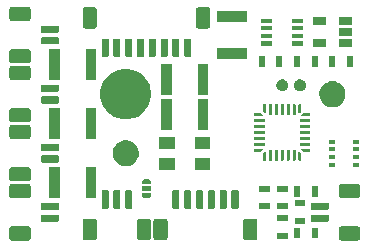
<source format=gbr>
G04 #@! TF.GenerationSoftware,KiCad,Pcbnew,(5.1.5)-3*
G04 #@! TF.CreationDate,2020-03-29T22:20:37+02:00*
G04 #@! TF.ProjectId,c3dpb,63336470-622e-46b6-9963-61645f706362,rev?*
G04 #@! TF.SameCoordinates,Original*
G04 #@! TF.FileFunction,Soldermask,Top*
G04 #@! TF.FilePolarity,Negative*
%FSLAX46Y46*%
G04 Gerber Fmt 4.6, Leading zero omitted, Abs format (unit mm)*
G04 Created by KiCad (PCBNEW (5.1.5)-3) date 2020-03-29 22:20:37*
%MOMM*%
%LPD*%
G04 APERTURE LIST*
%ADD10C,0.100000*%
G04 APERTURE END LIST*
D10*
G36*
X99683918Y-96704319D02*
G01*
X99722535Y-96716034D01*
X99758137Y-96735063D01*
X99789334Y-96760666D01*
X99814937Y-96791863D01*
X99833966Y-96827465D01*
X99845681Y-96866082D01*
X99850000Y-96909936D01*
X99850000Y-97690064D01*
X99845681Y-97733918D01*
X99833966Y-97772535D01*
X99814937Y-97808137D01*
X99789334Y-97839334D01*
X99758137Y-97864937D01*
X99722535Y-97883966D01*
X99683918Y-97895681D01*
X99640064Y-97900000D01*
X98259936Y-97900000D01*
X98216082Y-97895681D01*
X98177465Y-97883966D01*
X98141863Y-97864937D01*
X98110666Y-97839334D01*
X98085063Y-97808137D01*
X98066034Y-97772535D01*
X98054319Y-97733918D01*
X98050000Y-97690064D01*
X98050000Y-96909936D01*
X98054319Y-96866082D01*
X98066034Y-96827465D01*
X98085063Y-96791863D01*
X98110666Y-96760666D01*
X98141863Y-96735063D01*
X98177465Y-96716034D01*
X98216082Y-96704319D01*
X98259936Y-96700000D01*
X99640064Y-96700000D01*
X99683918Y-96704319D01*
G37*
G36*
X71783918Y-96704319D02*
G01*
X71822535Y-96716034D01*
X71858137Y-96735063D01*
X71889334Y-96760666D01*
X71914937Y-96791863D01*
X71933966Y-96827465D01*
X71945681Y-96866082D01*
X71950000Y-96909936D01*
X71950000Y-97690064D01*
X71945681Y-97733918D01*
X71933966Y-97772535D01*
X71914937Y-97808137D01*
X71889334Y-97839334D01*
X71858137Y-97864937D01*
X71822535Y-97883966D01*
X71783918Y-97895681D01*
X71740064Y-97900000D01*
X70359936Y-97900000D01*
X70316082Y-97895681D01*
X70277465Y-97883966D01*
X70241863Y-97864937D01*
X70210666Y-97839334D01*
X70185063Y-97808137D01*
X70166034Y-97772535D01*
X70154319Y-97733918D01*
X70150000Y-97690064D01*
X70150000Y-96909936D01*
X70154319Y-96866082D01*
X70166034Y-96827465D01*
X70185063Y-96791863D01*
X70210666Y-96760666D01*
X70241863Y-96735063D01*
X70277465Y-96716034D01*
X70316082Y-96704319D01*
X70359936Y-96700000D01*
X71740064Y-96700000D01*
X71783918Y-96704319D01*
G37*
G36*
X90983918Y-96054319D02*
G01*
X91022535Y-96066034D01*
X91058137Y-96085063D01*
X91089334Y-96110666D01*
X91114937Y-96141863D01*
X91133966Y-96177465D01*
X91145681Y-96216082D01*
X91150000Y-96259936D01*
X91150000Y-97640064D01*
X91145681Y-97683918D01*
X91133966Y-97722535D01*
X91114937Y-97758137D01*
X91089334Y-97789334D01*
X91058137Y-97814937D01*
X91022535Y-97833966D01*
X90983918Y-97845681D01*
X90940064Y-97850000D01*
X90159936Y-97850000D01*
X90116082Y-97845681D01*
X90077465Y-97833966D01*
X90041863Y-97814937D01*
X90010666Y-97789334D01*
X89985063Y-97758137D01*
X89966034Y-97722535D01*
X89954319Y-97683918D01*
X89950000Y-97640064D01*
X89950000Y-96259936D01*
X89954319Y-96216082D01*
X89966034Y-96177465D01*
X89985063Y-96141863D01*
X90010666Y-96110666D01*
X90041863Y-96085063D01*
X90077465Y-96066034D01*
X90116082Y-96054319D01*
X90159936Y-96050000D01*
X90940064Y-96050000D01*
X90983918Y-96054319D01*
G37*
G36*
X81983918Y-96054319D02*
G01*
X82022535Y-96066034D01*
X82058137Y-96085063D01*
X82089334Y-96110666D01*
X82114937Y-96141863D01*
X82133966Y-96177465D01*
X82145681Y-96216082D01*
X82150000Y-96259936D01*
X82150000Y-97640064D01*
X82145681Y-97683918D01*
X82133966Y-97722535D01*
X82114937Y-97758137D01*
X82089334Y-97789334D01*
X82058137Y-97814937D01*
X82022535Y-97833966D01*
X81983918Y-97845681D01*
X81940064Y-97850000D01*
X81159936Y-97850000D01*
X81116082Y-97845681D01*
X81077465Y-97833966D01*
X81041863Y-97814937D01*
X81010666Y-97789334D01*
X80985063Y-97758137D01*
X80966034Y-97722535D01*
X80954319Y-97683918D01*
X80950000Y-97640064D01*
X80950000Y-96259936D01*
X80954319Y-96216082D01*
X80966034Y-96177465D01*
X80985063Y-96141863D01*
X81010666Y-96110666D01*
X81041863Y-96085063D01*
X81077465Y-96066034D01*
X81116082Y-96054319D01*
X81159936Y-96050000D01*
X81940064Y-96050000D01*
X81983918Y-96054319D01*
G37*
G36*
X83383918Y-96054319D02*
G01*
X83422535Y-96066034D01*
X83458137Y-96085063D01*
X83489334Y-96110666D01*
X83514937Y-96141863D01*
X83533966Y-96177465D01*
X83545681Y-96216082D01*
X83550000Y-96259936D01*
X83550000Y-97640064D01*
X83545681Y-97683918D01*
X83533966Y-97722535D01*
X83514937Y-97758137D01*
X83489334Y-97789334D01*
X83458137Y-97814937D01*
X83422535Y-97833966D01*
X83383918Y-97845681D01*
X83340064Y-97850000D01*
X82559936Y-97850000D01*
X82516082Y-97845681D01*
X82477465Y-97833966D01*
X82441863Y-97814937D01*
X82410666Y-97789334D01*
X82385063Y-97758137D01*
X82366034Y-97722535D01*
X82354319Y-97683918D01*
X82350000Y-97640064D01*
X82350000Y-96259936D01*
X82354319Y-96216082D01*
X82366034Y-96177465D01*
X82385063Y-96141863D01*
X82410666Y-96110666D01*
X82441863Y-96085063D01*
X82477465Y-96066034D01*
X82516082Y-96054319D01*
X82559936Y-96050000D01*
X83340064Y-96050000D01*
X83383918Y-96054319D01*
G37*
G36*
X77383918Y-96054319D02*
G01*
X77422535Y-96066034D01*
X77458137Y-96085063D01*
X77489334Y-96110666D01*
X77514937Y-96141863D01*
X77533966Y-96177465D01*
X77545681Y-96216082D01*
X77550000Y-96259936D01*
X77550000Y-97640064D01*
X77545681Y-97683918D01*
X77533966Y-97722535D01*
X77514937Y-97758137D01*
X77489334Y-97789334D01*
X77458137Y-97814937D01*
X77422535Y-97833966D01*
X77383918Y-97845681D01*
X77340064Y-97850000D01*
X76559936Y-97850000D01*
X76516082Y-97845681D01*
X76477465Y-97833966D01*
X76441863Y-97814937D01*
X76410666Y-97789334D01*
X76385063Y-97758137D01*
X76366034Y-97722535D01*
X76354319Y-97683918D01*
X76350000Y-97640064D01*
X76350000Y-96259936D01*
X76354319Y-96216082D01*
X76366034Y-96177465D01*
X76385063Y-96141863D01*
X76410666Y-96110666D01*
X76441863Y-96085063D01*
X76477465Y-96066034D01*
X76516082Y-96054319D01*
X76559936Y-96050000D01*
X77340064Y-96050000D01*
X77383918Y-96054319D01*
G37*
G36*
X93700000Y-97750000D02*
G01*
X92800000Y-97750000D01*
X92800000Y-97250000D01*
X93700000Y-97250000D01*
X93700000Y-97750000D01*
G37*
G36*
X94750000Y-97700000D02*
G01*
X94250000Y-97700000D01*
X94250000Y-96800000D01*
X94750000Y-96800000D01*
X94750000Y-97700000D01*
G37*
G36*
X96250000Y-97700000D02*
G01*
X95750000Y-97700000D01*
X95750000Y-96800000D01*
X96250000Y-96800000D01*
X96250000Y-97700000D01*
G37*
G36*
X95200000Y-96500000D02*
G01*
X94300000Y-96500000D01*
X94300000Y-96000000D01*
X95200000Y-96000000D01*
X95200000Y-96500000D01*
G37*
G36*
X74259375Y-95702518D02*
G01*
X74280415Y-95708900D01*
X74299801Y-95719262D01*
X74316793Y-95733207D01*
X74330738Y-95750199D01*
X74341100Y-95769585D01*
X74347482Y-95790625D01*
X74350000Y-95816187D01*
X74350000Y-96183813D01*
X74347482Y-96209375D01*
X74341100Y-96230415D01*
X74330738Y-96249801D01*
X74316793Y-96266793D01*
X74299801Y-96280738D01*
X74280415Y-96291100D01*
X74259375Y-96297482D01*
X74233813Y-96300000D01*
X72916187Y-96300000D01*
X72890625Y-96297482D01*
X72869585Y-96291100D01*
X72850199Y-96280738D01*
X72833207Y-96266793D01*
X72819262Y-96249801D01*
X72808900Y-96230415D01*
X72802518Y-96209375D01*
X72800000Y-96183813D01*
X72800000Y-95816187D01*
X72802518Y-95790625D01*
X72808900Y-95769585D01*
X72819262Y-95750199D01*
X72833207Y-95733207D01*
X72850199Y-95719262D01*
X72869585Y-95708900D01*
X72890625Y-95702518D01*
X72916187Y-95700000D01*
X74233813Y-95700000D01*
X74259375Y-95702518D01*
G37*
G36*
X97109375Y-95702518D02*
G01*
X97130415Y-95708900D01*
X97149801Y-95719262D01*
X97166793Y-95733207D01*
X97180738Y-95750199D01*
X97191100Y-95769585D01*
X97197482Y-95790625D01*
X97200000Y-95816187D01*
X97200000Y-96183813D01*
X97197482Y-96209375D01*
X97191100Y-96230415D01*
X97180738Y-96249801D01*
X97166793Y-96266793D01*
X97149801Y-96280738D01*
X97130415Y-96291100D01*
X97109375Y-96297482D01*
X97083813Y-96300000D01*
X95766187Y-96300000D01*
X95740625Y-96297482D01*
X95719585Y-96291100D01*
X95700199Y-96280738D01*
X95683207Y-96266793D01*
X95669262Y-96249801D01*
X95658900Y-96230415D01*
X95652518Y-96209375D01*
X95650000Y-96183813D01*
X95650000Y-95816187D01*
X95652518Y-95790625D01*
X95658900Y-95769585D01*
X95669262Y-95750199D01*
X95683207Y-95733207D01*
X95700199Y-95719262D01*
X95719585Y-95708900D01*
X95740625Y-95702518D01*
X95766187Y-95700000D01*
X97083813Y-95700000D01*
X97109375Y-95702518D01*
G37*
G36*
X93700000Y-96250000D02*
G01*
X92800000Y-96250000D01*
X92800000Y-95750000D01*
X93700000Y-95750000D01*
X93700000Y-96250000D01*
G37*
G36*
X97109375Y-94702518D02*
G01*
X97130415Y-94708900D01*
X97149801Y-94719262D01*
X97166793Y-94733207D01*
X97180738Y-94750199D01*
X97191100Y-94769585D01*
X97197482Y-94790625D01*
X97200000Y-94816187D01*
X97200000Y-95183813D01*
X97197482Y-95209375D01*
X97191100Y-95230415D01*
X97180738Y-95249801D01*
X97166793Y-95266793D01*
X97149801Y-95280738D01*
X97130415Y-95291100D01*
X97109375Y-95297482D01*
X97083813Y-95300000D01*
X95766187Y-95300000D01*
X95740625Y-95297482D01*
X95719585Y-95291100D01*
X95700199Y-95280738D01*
X95683207Y-95266793D01*
X95669262Y-95249801D01*
X95658900Y-95230415D01*
X95652518Y-95209375D01*
X95650000Y-95183813D01*
X95650000Y-94816187D01*
X95652518Y-94790625D01*
X95658900Y-94769585D01*
X95669262Y-94750199D01*
X95683207Y-94733207D01*
X95700199Y-94719262D01*
X95719585Y-94708900D01*
X95740625Y-94702518D01*
X95766187Y-94700000D01*
X97083813Y-94700000D01*
X97109375Y-94702518D01*
G37*
G36*
X74259375Y-94702518D02*
G01*
X74280415Y-94708900D01*
X74299801Y-94719262D01*
X74316793Y-94733207D01*
X74330738Y-94750199D01*
X74341100Y-94769585D01*
X74347482Y-94790625D01*
X74350000Y-94816187D01*
X74350000Y-95183813D01*
X74347482Y-95209375D01*
X74341100Y-95230415D01*
X74330738Y-95249801D01*
X74316793Y-95266793D01*
X74299801Y-95280738D01*
X74280415Y-95291100D01*
X74259375Y-95297482D01*
X74233813Y-95300000D01*
X72916187Y-95300000D01*
X72890625Y-95297482D01*
X72869585Y-95291100D01*
X72850199Y-95280738D01*
X72833207Y-95266793D01*
X72819262Y-95249801D01*
X72808900Y-95230415D01*
X72802518Y-95209375D01*
X72800000Y-95183813D01*
X72800000Y-94816187D01*
X72802518Y-94790625D01*
X72808900Y-94769585D01*
X72819262Y-94750199D01*
X72833207Y-94733207D01*
X72850199Y-94719262D01*
X72869585Y-94708900D01*
X72890625Y-94702518D01*
X72916187Y-94700000D01*
X74233813Y-94700000D01*
X74259375Y-94702518D01*
G37*
G36*
X92200000Y-95250000D02*
G01*
X91300000Y-95250000D01*
X91300000Y-94750000D01*
X92200000Y-94750000D01*
X92200000Y-95250000D01*
G37*
G36*
X93700000Y-95250000D02*
G01*
X92800000Y-95250000D01*
X92800000Y-94750000D01*
X93700000Y-94750000D01*
X93700000Y-95250000D01*
G37*
G36*
X84459375Y-93652518D02*
G01*
X84480415Y-93658900D01*
X84499801Y-93669262D01*
X84516793Y-93683207D01*
X84530738Y-93700199D01*
X84541100Y-93719585D01*
X84547482Y-93740625D01*
X84550000Y-93766187D01*
X84550000Y-95083813D01*
X84547482Y-95109375D01*
X84541100Y-95130415D01*
X84530738Y-95149801D01*
X84516793Y-95166793D01*
X84499801Y-95180738D01*
X84480415Y-95191100D01*
X84459375Y-95197482D01*
X84433813Y-95200000D01*
X84066187Y-95200000D01*
X84040625Y-95197482D01*
X84019585Y-95191100D01*
X84000199Y-95180738D01*
X83983207Y-95166793D01*
X83969262Y-95149801D01*
X83958900Y-95130415D01*
X83952518Y-95109375D01*
X83950000Y-95083813D01*
X83950000Y-93766187D01*
X83952518Y-93740625D01*
X83958900Y-93719585D01*
X83969262Y-93700199D01*
X83983207Y-93683207D01*
X84000199Y-93669262D01*
X84019585Y-93658900D01*
X84040625Y-93652518D01*
X84066187Y-93650000D01*
X84433813Y-93650000D01*
X84459375Y-93652518D01*
G37*
G36*
X87459375Y-93652518D02*
G01*
X87480415Y-93658900D01*
X87499801Y-93669262D01*
X87516793Y-93683207D01*
X87530738Y-93700199D01*
X87541100Y-93719585D01*
X87547482Y-93740625D01*
X87550000Y-93766187D01*
X87550000Y-95083813D01*
X87547482Y-95109375D01*
X87541100Y-95130415D01*
X87530738Y-95149801D01*
X87516793Y-95166793D01*
X87499801Y-95180738D01*
X87480415Y-95191100D01*
X87459375Y-95197482D01*
X87433813Y-95200000D01*
X87066187Y-95200000D01*
X87040625Y-95197482D01*
X87019585Y-95191100D01*
X87000199Y-95180738D01*
X86983207Y-95166793D01*
X86969262Y-95149801D01*
X86958900Y-95130415D01*
X86952518Y-95109375D01*
X86950000Y-95083813D01*
X86950000Y-93766187D01*
X86952518Y-93740625D01*
X86958900Y-93719585D01*
X86969262Y-93700199D01*
X86983207Y-93683207D01*
X87000199Y-93669262D01*
X87019585Y-93658900D01*
X87040625Y-93652518D01*
X87066187Y-93650000D01*
X87433813Y-93650000D01*
X87459375Y-93652518D01*
G37*
G36*
X80459375Y-93652518D02*
G01*
X80480415Y-93658900D01*
X80499801Y-93669262D01*
X80516793Y-93683207D01*
X80530738Y-93700199D01*
X80541100Y-93719585D01*
X80547482Y-93740625D01*
X80550000Y-93766187D01*
X80550000Y-95083813D01*
X80547482Y-95109375D01*
X80541100Y-95130415D01*
X80530738Y-95149801D01*
X80516793Y-95166793D01*
X80499801Y-95180738D01*
X80480415Y-95191100D01*
X80459375Y-95197482D01*
X80433813Y-95200000D01*
X80066187Y-95200000D01*
X80040625Y-95197482D01*
X80019585Y-95191100D01*
X80000199Y-95180738D01*
X79983207Y-95166793D01*
X79969262Y-95149801D01*
X79958900Y-95130415D01*
X79952518Y-95109375D01*
X79950000Y-95083813D01*
X79950000Y-93766187D01*
X79952518Y-93740625D01*
X79958900Y-93719585D01*
X79969262Y-93700199D01*
X79983207Y-93683207D01*
X80000199Y-93669262D01*
X80019585Y-93658900D01*
X80040625Y-93652518D01*
X80066187Y-93650000D01*
X80433813Y-93650000D01*
X80459375Y-93652518D01*
G37*
G36*
X79459375Y-93652518D02*
G01*
X79480415Y-93658900D01*
X79499801Y-93669262D01*
X79516793Y-93683207D01*
X79530738Y-93700199D01*
X79541100Y-93719585D01*
X79547482Y-93740625D01*
X79550000Y-93766187D01*
X79550000Y-95083813D01*
X79547482Y-95109375D01*
X79541100Y-95130415D01*
X79530738Y-95149801D01*
X79516793Y-95166793D01*
X79499801Y-95180738D01*
X79480415Y-95191100D01*
X79459375Y-95197482D01*
X79433813Y-95200000D01*
X79066187Y-95200000D01*
X79040625Y-95197482D01*
X79019585Y-95191100D01*
X79000199Y-95180738D01*
X78983207Y-95166793D01*
X78969262Y-95149801D01*
X78958900Y-95130415D01*
X78952518Y-95109375D01*
X78950000Y-95083813D01*
X78950000Y-93766187D01*
X78952518Y-93740625D01*
X78958900Y-93719585D01*
X78969262Y-93700199D01*
X78983207Y-93683207D01*
X79000199Y-93669262D01*
X79019585Y-93658900D01*
X79040625Y-93652518D01*
X79066187Y-93650000D01*
X79433813Y-93650000D01*
X79459375Y-93652518D01*
G37*
G36*
X78459375Y-93652518D02*
G01*
X78480415Y-93658900D01*
X78499801Y-93669262D01*
X78516793Y-93683207D01*
X78530738Y-93700199D01*
X78541100Y-93719585D01*
X78547482Y-93740625D01*
X78550000Y-93766187D01*
X78550000Y-95083813D01*
X78547482Y-95109375D01*
X78541100Y-95130415D01*
X78530738Y-95149801D01*
X78516793Y-95166793D01*
X78499801Y-95180738D01*
X78480415Y-95191100D01*
X78459375Y-95197482D01*
X78433813Y-95200000D01*
X78066187Y-95200000D01*
X78040625Y-95197482D01*
X78019585Y-95191100D01*
X78000199Y-95180738D01*
X77983207Y-95166793D01*
X77969262Y-95149801D01*
X77958900Y-95130415D01*
X77952518Y-95109375D01*
X77950000Y-95083813D01*
X77950000Y-93766187D01*
X77952518Y-93740625D01*
X77958900Y-93719585D01*
X77969262Y-93700199D01*
X77983207Y-93683207D01*
X78000199Y-93669262D01*
X78019585Y-93658900D01*
X78040625Y-93652518D01*
X78066187Y-93650000D01*
X78433813Y-93650000D01*
X78459375Y-93652518D01*
G37*
G36*
X85459375Y-93652518D02*
G01*
X85480415Y-93658900D01*
X85499801Y-93669262D01*
X85516793Y-93683207D01*
X85530738Y-93700199D01*
X85541100Y-93719585D01*
X85547482Y-93740625D01*
X85550000Y-93766187D01*
X85550000Y-95083813D01*
X85547482Y-95109375D01*
X85541100Y-95130415D01*
X85530738Y-95149801D01*
X85516793Y-95166793D01*
X85499801Y-95180738D01*
X85480415Y-95191100D01*
X85459375Y-95197482D01*
X85433813Y-95200000D01*
X85066187Y-95200000D01*
X85040625Y-95197482D01*
X85019585Y-95191100D01*
X85000199Y-95180738D01*
X84983207Y-95166793D01*
X84969262Y-95149801D01*
X84958900Y-95130415D01*
X84952518Y-95109375D01*
X84950000Y-95083813D01*
X84950000Y-93766187D01*
X84952518Y-93740625D01*
X84958900Y-93719585D01*
X84969262Y-93700199D01*
X84983207Y-93683207D01*
X85000199Y-93669262D01*
X85019585Y-93658900D01*
X85040625Y-93652518D01*
X85066187Y-93650000D01*
X85433813Y-93650000D01*
X85459375Y-93652518D01*
G37*
G36*
X89459375Y-93652518D02*
G01*
X89480415Y-93658900D01*
X89499801Y-93669262D01*
X89516793Y-93683207D01*
X89530738Y-93700199D01*
X89541100Y-93719585D01*
X89547482Y-93740625D01*
X89550000Y-93766187D01*
X89550000Y-95083813D01*
X89547482Y-95109375D01*
X89541100Y-95130415D01*
X89530738Y-95149801D01*
X89516793Y-95166793D01*
X89499801Y-95180738D01*
X89480415Y-95191100D01*
X89459375Y-95197482D01*
X89433813Y-95200000D01*
X89066187Y-95200000D01*
X89040625Y-95197482D01*
X89019585Y-95191100D01*
X89000199Y-95180738D01*
X88983207Y-95166793D01*
X88969262Y-95149801D01*
X88958900Y-95130415D01*
X88952518Y-95109375D01*
X88950000Y-95083813D01*
X88950000Y-93766187D01*
X88952518Y-93740625D01*
X88958900Y-93719585D01*
X88969262Y-93700199D01*
X88983207Y-93683207D01*
X89000199Y-93669262D01*
X89019585Y-93658900D01*
X89040625Y-93652518D01*
X89066187Y-93650000D01*
X89433813Y-93650000D01*
X89459375Y-93652518D01*
G37*
G36*
X88459375Y-93652518D02*
G01*
X88480415Y-93658900D01*
X88499801Y-93669262D01*
X88516793Y-93683207D01*
X88530738Y-93700199D01*
X88541100Y-93719585D01*
X88547482Y-93740625D01*
X88550000Y-93766187D01*
X88550000Y-95083813D01*
X88547482Y-95109375D01*
X88541100Y-95130415D01*
X88530738Y-95149801D01*
X88516793Y-95166793D01*
X88499801Y-95180738D01*
X88480415Y-95191100D01*
X88459375Y-95197482D01*
X88433813Y-95200000D01*
X88066187Y-95200000D01*
X88040625Y-95197482D01*
X88019585Y-95191100D01*
X88000199Y-95180738D01*
X87983207Y-95166793D01*
X87969262Y-95149801D01*
X87958900Y-95130415D01*
X87952518Y-95109375D01*
X87950000Y-95083813D01*
X87950000Y-93766187D01*
X87952518Y-93740625D01*
X87958900Y-93719585D01*
X87969262Y-93700199D01*
X87983207Y-93683207D01*
X88000199Y-93669262D01*
X88019585Y-93658900D01*
X88040625Y-93652518D01*
X88066187Y-93650000D01*
X88433813Y-93650000D01*
X88459375Y-93652518D01*
G37*
G36*
X86459375Y-93652518D02*
G01*
X86480415Y-93658900D01*
X86499801Y-93669262D01*
X86516793Y-93683207D01*
X86530738Y-93700199D01*
X86541100Y-93719585D01*
X86547482Y-93740625D01*
X86550000Y-93766187D01*
X86550000Y-95083813D01*
X86547482Y-95109375D01*
X86541100Y-95130415D01*
X86530738Y-95149801D01*
X86516793Y-95166793D01*
X86499801Y-95180738D01*
X86480415Y-95191100D01*
X86459375Y-95197482D01*
X86433813Y-95200000D01*
X86066187Y-95200000D01*
X86040625Y-95197482D01*
X86019585Y-95191100D01*
X86000199Y-95180738D01*
X85983207Y-95166793D01*
X85969262Y-95149801D01*
X85958900Y-95130415D01*
X85952518Y-95109375D01*
X85950000Y-95083813D01*
X85950000Y-93766187D01*
X85952518Y-93740625D01*
X85958900Y-93719585D01*
X85969262Y-93700199D01*
X85983207Y-93683207D01*
X86000199Y-93669262D01*
X86019585Y-93658900D01*
X86040625Y-93652518D01*
X86066187Y-93650000D01*
X86433813Y-93650000D01*
X86459375Y-93652518D01*
G37*
G36*
X95200000Y-95000000D02*
G01*
X94300000Y-95000000D01*
X94300000Y-94500000D01*
X95200000Y-94500000D01*
X95200000Y-95000000D01*
G37*
G36*
X82149999Y-93900000D02*
G01*
X82150000Y-93900000D01*
X82150000Y-93900002D01*
X82150363Y-93903686D01*
X82150363Y-94096314D01*
X82150000Y-94099998D01*
X82150000Y-94100000D01*
X82149997Y-94100003D01*
X82149996Y-94100005D01*
X82147652Y-94102862D01*
X81952862Y-94297652D01*
X81950005Y-94299996D01*
X81950003Y-94299997D01*
X81950000Y-94300000D01*
X81949998Y-94300000D01*
X81946314Y-94300363D01*
X81553686Y-94300363D01*
X81550002Y-94300000D01*
X81550000Y-94300000D01*
X81549997Y-94299997D01*
X81549995Y-94299996D01*
X81547138Y-94297652D01*
X81352348Y-94102862D01*
X81350004Y-94100005D01*
X81350003Y-94100003D01*
X81350000Y-94100000D01*
X81350000Y-94099998D01*
X81349637Y-94096314D01*
X81349637Y-93903686D01*
X81350000Y-93900002D01*
X81350000Y-93900000D01*
X81350002Y-93900000D01*
X81353686Y-93899637D01*
X82146314Y-93899637D01*
X82149999Y-93900000D01*
G37*
G36*
X74400000Y-94300000D02*
G01*
X73500000Y-94300000D01*
X73500000Y-91700000D01*
X74400000Y-91700000D01*
X74400000Y-94300000D01*
G37*
G36*
X77500000Y-94300000D02*
G01*
X76600000Y-94300000D01*
X76600000Y-91700000D01*
X77500000Y-91700000D01*
X77500000Y-94300000D01*
G37*
G36*
X71783918Y-93104319D02*
G01*
X71822535Y-93116034D01*
X71858137Y-93135063D01*
X71889334Y-93160666D01*
X71914937Y-93191863D01*
X71933966Y-93227465D01*
X71945681Y-93266082D01*
X71950000Y-93309936D01*
X71950000Y-94090064D01*
X71945681Y-94133918D01*
X71933966Y-94172535D01*
X71914937Y-94208137D01*
X71889334Y-94239334D01*
X71858137Y-94264937D01*
X71822535Y-94283966D01*
X71783918Y-94295681D01*
X71740064Y-94300000D01*
X70359936Y-94300000D01*
X70316082Y-94295681D01*
X70277465Y-94283966D01*
X70241863Y-94264937D01*
X70210666Y-94239334D01*
X70185063Y-94208137D01*
X70166034Y-94172535D01*
X70154319Y-94133918D01*
X70150000Y-94090064D01*
X70150000Y-93309936D01*
X70154319Y-93266082D01*
X70166034Y-93227465D01*
X70185063Y-93191863D01*
X70210666Y-93160666D01*
X70241863Y-93135063D01*
X70277465Y-93116034D01*
X70316082Y-93104319D01*
X70359936Y-93100000D01*
X71740064Y-93100000D01*
X71783918Y-93104319D01*
G37*
G36*
X99683918Y-93104319D02*
G01*
X99722535Y-93116034D01*
X99758137Y-93135063D01*
X99789334Y-93160666D01*
X99814937Y-93191863D01*
X99833966Y-93227465D01*
X99845681Y-93266082D01*
X99850000Y-93309936D01*
X99850000Y-94090064D01*
X99845681Y-94133918D01*
X99833966Y-94172535D01*
X99814937Y-94208137D01*
X99789334Y-94239334D01*
X99758137Y-94264937D01*
X99722535Y-94283966D01*
X99683918Y-94295681D01*
X99640064Y-94300000D01*
X98259936Y-94300000D01*
X98216082Y-94295681D01*
X98177465Y-94283966D01*
X98141863Y-94264937D01*
X98110666Y-94239334D01*
X98085063Y-94208137D01*
X98066034Y-94172535D01*
X98054319Y-94133918D01*
X98050000Y-94090064D01*
X98050000Y-93309936D01*
X98054319Y-93266082D01*
X98066034Y-93227465D01*
X98085063Y-93191863D01*
X98110666Y-93160666D01*
X98141863Y-93135063D01*
X98177465Y-93116034D01*
X98216082Y-93104319D01*
X98259936Y-93100000D01*
X99640064Y-93100000D01*
X99683918Y-93104319D01*
G37*
G36*
X96250000Y-94200000D02*
G01*
X95750000Y-94200000D01*
X95750000Y-93300000D01*
X96250000Y-93300000D01*
X96250000Y-94200000D01*
G37*
G36*
X94750000Y-94200000D02*
G01*
X94250000Y-94200000D01*
X94250000Y-93300000D01*
X94750000Y-93300000D01*
X94750000Y-94200000D01*
G37*
G36*
X92200000Y-93750000D02*
G01*
X91300000Y-93750000D01*
X91300000Y-93250000D01*
X92200000Y-93250000D01*
X92200000Y-93750000D01*
G37*
G36*
X93700000Y-93750000D02*
G01*
X92800000Y-93750000D01*
X92800000Y-93250000D01*
X93700000Y-93250000D01*
X93700000Y-93750000D01*
G37*
G36*
X82150000Y-93700000D02*
G01*
X81350000Y-93700000D01*
X81350000Y-93300000D01*
X82150000Y-93300000D01*
X82150000Y-93700000D01*
G37*
G36*
X81949998Y-92700000D02*
G01*
X81950000Y-92700000D01*
X81950003Y-92700003D01*
X81950005Y-92700004D01*
X81952862Y-92702348D01*
X82147652Y-92897138D01*
X82149996Y-92899995D01*
X82149997Y-92899997D01*
X82150000Y-92900000D01*
X82150000Y-92900002D01*
X82150363Y-92903686D01*
X82150363Y-93096314D01*
X82150000Y-93099998D01*
X82150000Y-93100000D01*
X82149998Y-93100000D01*
X82146314Y-93100363D01*
X81353686Y-93100363D01*
X81350002Y-93100000D01*
X81350000Y-93100000D01*
X81350000Y-93099998D01*
X81349637Y-93096314D01*
X81349637Y-92903686D01*
X81350000Y-92900002D01*
X81350000Y-92900000D01*
X81350003Y-92899997D01*
X81350004Y-92899995D01*
X81352348Y-92897138D01*
X81547138Y-92702348D01*
X81549995Y-92700004D01*
X81549997Y-92700003D01*
X81550000Y-92700000D01*
X81550002Y-92700000D01*
X81553686Y-92699637D01*
X81946314Y-92699637D01*
X81949998Y-92700000D01*
G37*
G36*
X71783918Y-91704319D02*
G01*
X71822535Y-91716034D01*
X71858137Y-91735063D01*
X71889334Y-91760666D01*
X71914937Y-91791863D01*
X71933966Y-91827465D01*
X71945681Y-91866082D01*
X71950000Y-91909936D01*
X71950000Y-92690064D01*
X71945681Y-92733918D01*
X71933966Y-92772535D01*
X71914937Y-92808137D01*
X71889334Y-92839334D01*
X71858137Y-92864937D01*
X71822535Y-92883966D01*
X71783918Y-92895681D01*
X71740064Y-92900000D01*
X70359936Y-92900000D01*
X70316082Y-92895681D01*
X70277465Y-92883966D01*
X70241863Y-92864937D01*
X70210666Y-92839334D01*
X70185063Y-92808137D01*
X70166034Y-92772535D01*
X70154319Y-92733918D01*
X70150000Y-92690064D01*
X70150000Y-91909936D01*
X70154319Y-91866082D01*
X70166034Y-91827465D01*
X70185063Y-91791863D01*
X70210666Y-91760666D01*
X70241863Y-91735063D01*
X70277465Y-91716034D01*
X70316082Y-91704319D01*
X70359936Y-91700000D01*
X71740064Y-91700000D01*
X71783918Y-91704319D01*
G37*
G36*
X87150000Y-91890000D02*
G01*
X85850000Y-91890000D01*
X85850000Y-90890000D01*
X87150000Y-90890000D01*
X87150000Y-91890000D01*
G37*
G36*
X84150000Y-91890000D02*
G01*
X82850000Y-91890000D01*
X82850000Y-90890000D01*
X84150000Y-90890000D01*
X84150000Y-91890000D01*
G37*
G36*
X97725000Y-91650000D02*
G01*
X97225000Y-91650000D01*
X97225000Y-91300000D01*
X97725000Y-91300000D01*
X97725000Y-91650000D01*
G37*
G36*
X99775000Y-91650000D02*
G01*
X99275000Y-91650000D01*
X99275000Y-91300000D01*
X99775000Y-91300000D01*
X99775000Y-91650000D01*
G37*
G36*
X80320858Y-89442273D02*
G01*
X80521048Y-89525194D01*
X80701209Y-89645574D01*
X80854426Y-89798791D01*
X80974806Y-89978952D01*
X81048803Y-90157597D01*
X81057727Y-90179142D01*
X81100000Y-90391659D01*
X81100000Y-90608341D01*
X81081194Y-90702882D01*
X81057727Y-90820858D01*
X80974806Y-91021048D01*
X80854426Y-91201209D01*
X80701209Y-91354426D01*
X80521048Y-91474806D01*
X80320858Y-91557727D01*
X80108341Y-91600000D01*
X79891659Y-91600000D01*
X79679142Y-91557727D01*
X79478952Y-91474806D01*
X79298791Y-91354426D01*
X79145574Y-91201209D01*
X79025194Y-91021048D01*
X78942273Y-90820858D01*
X78918806Y-90702882D01*
X78900000Y-90608341D01*
X78900000Y-90391659D01*
X78942273Y-90179142D01*
X78951197Y-90157597D01*
X79025194Y-89978952D01*
X79145574Y-89798791D01*
X79298791Y-89645574D01*
X79478952Y-89525194D01*
X79679142Y-89442273D01*
X79891659Y-89400000D01*
X80108341Y-89400000D01*
X80320858Y-89442273D01*
G37*
G36*
X74259375Y-90702518D02*
G01*
X74280415Y-90708900D01*
X74299801Y-90719262D01*
X74316793Y-90733207D01*
X74330738Y-90750199D01*
X74341100Y-90769585D01*
X74347482Y-90790625D01*
X74350000Y-90816187D01*
X74350000Y-91183813D01*
X74347482Y-91209375D01*
X74341100Y-91230415D01*
X74330738Y-91249801D01*
X74316793Y-91266793D01*
X74299801Y-91280738D01*
X74280415Y-91291100D01*
X74259375Y-91297482D01*
X74233813Y-91300000D01*
X72916187Y-91300000D01*
X72890625Y-91297482D01*
X72869585Y-91291100D01*
X72850199Y-91280738D01*
X72833207Y-91266793D01*
X72819262Y-91249801D01*
X72808900Y-91230415D01*
X72802518Y-91209375D01*
X72800000Y-91183813D01*
X72800000Y-90816187D01*
X72802518Y-90790625D01*
X72808900Y-90769585D01*
X72819262Y-90750199D01*
X72833207Y-90733207D01*
X72850199Y-90719262D01*
X72869585Y-90708900D01*
X72890625Y-90702518D01*
X72916187Y-90700000D01*
X74233813Y-90700000D01*
X74259375Y-90702518D01*
G37*
G36*
X94698228Y-90369820D02*
G01*
X94701517Y-90370144D01*
X94708763Y-90371585D01*
X94710164Y-90372010D01*
X94717005Y-90374843D01*
X94718282Y-90375526D01*
X94724433Y-90379637D01*
X94726997Y-90381740D01*
X94729742Y-90384228D01*
X94860772Y-90515258D01*
X94863260Y-90518003D01*
X94865363Y-90520567D01*
X94869474Y-90526718D01*
X94870157Y-90527995D01*
X94872990Y-90534836D01*
X94873415Y-90536237D01*
X94874856Y-90543483D01*
X94875180Y-90546772D01*
X94875363Y-90550488D01*
X94875363Y-91078152D01*
X94875180Y-91081868D01*
X94874856Y-91085157D01*
X94873415Y-91092403D01*
X94872990Y-91093804D01*
X94870157Y-91100645D01*
X94869474Y-91101922D01*
X94865363Y-91108073D01*
X94864434Y-91109206D01*
X94859206Y-91114434D01*
X94858073Y-91115363D01*
X94851922Y-91119474D01*
X94850645Y-91120157D01*
X94843804Y-91122990D01*
X94842403Y-91123415D01*
X94835157Y-91124856D01*
X94831868Y-91125180D01*
X94828152Y-91125363D01*
X94671848Y-91125363D01*
X94668132Y-91125180D01*
X94664843Y-91124856D01*
X94657597Y-91123415D01*
X94656196Y-91122990D01*
X94649355Y-91120157D01*
X94648078Y-91119474D01*
X94641927Y-91115363D01*
X94640794Y-91114434D01*
X94635566Y-91109206D01*
X94634637Y-91108073D01*
X94630526Y-91101922D01*
X94629843Y-91100645D01*
X94627010Y-91093804D01*
X94626585Y-91092403D01*
X94625144Y-91085157D01*
X94624820Y-91081868D01*
X94624637Y-91078152D01*
X94624637Y-90416848D01*
X94624820Y-90413132D01*
X94625144Y-90409843D01*
X94626585Y-90402597D01*
X94627010Y-90401196D01*
X94629843Y-90394355D01*
X94630526Y-90393078D01*
X94634637Y-90386927D01*
X94635566Y-90385794D01*
X94640794Y-90380566D01*
X94641927Y-90379637D01*
X94648078Y-90375526D01*
X94649355Y-90374843D01*
X94656196Y-90372010D01*
X94657597Y-90371585D01*
X94664843Y-90370144D01*
X94668132Y-90369820D01*
X94671848Y-90369637D01*
X94694512Y-90369637D01*
X94698228Y-90369820D01*
G37*
G36*
X91831868Y-90369820D02*
G01*
X91835157Y-90370144D01*
X91842403Y-90371585D01*
X91843804Y-90372010D01*
X91850645Y-90374843D01*
X91851922Y-90375526D01*
X91858073Y-90379637D01*
X91859206Y-90380566D01*
X91864434Y-90385794D01*
X91865363Y-90386927D01*
X91869474Y-90393078D01*
X91870157Y-90394355D01*
X91872990Y-90401196D01*
X91873415Y-90402597D01*
X91874856Y-90409843D01*
X91875180Y-90413132D01*
X91875363Y-90416848D01*
X91875363Y-91078152D01*
X91875180Y-91081868D01*
X91874856Y-91085157D01*
X91873415Y-91092403D01*
X91872990Y-91093804D01*
X91870157Y-91100645D01*
X91869474Y-91101922D01*
X91865363Y-91108073D01*
X91864434Y-91109206D01*
X91859206Y-91114434D01*
X91858073Y-91115363D01*
X91851922Y-91119474D01*
X91850645Y-91120157D01*
X91843804Y-91122990D01*
X91842403Y-91123415D01*
X91835157Y-91124856D01*
X91831868Y-91125180D01*
X91828152Y-91125363D01*
X91671848Y-91125363D01*
X91668132Y-91125180D01*
X91664843Y-91124856D01*
X91657597Y-91123415D01*
X91656196Y-91122990D01*
X91649355Y-91120157D01*
X91648078Y-91119474D01*
X91641927Y-91115363D01*
X91640794Y-91114434D01*
X91635566Y-91109206D01*
X91634637Y-91108073D01*
X91630526Y-91101922D01*
X91629843Y-91100645D01*
X91627010Y-91093804D01*
X91626585Y-91092403D01*
X91625144Y-91085157D01*
X91624820Y-91081868D01*
X91624637Y-91078152D01*
X91624637Y-90550488D01*
X91624820Y-90546772D01*
X91625144Y-90543483D01*
X91626585Y-90536237D01*
X91627010Y-90534836D01*
X91629843Y-90527995D01*
X91630526Y-90526718D01*
X91634637Y-90520567D01*
X91636740Y-90518003D01*
X91639228Y-90515258D01*
X91770258Y-90384228D01*
X91773003Y-90381740D01*
X91775567Y-90379637D01*
X91781718Y-90375526D01*
X91782995Y-90374843D01*
X91789836Y-90372010D01*
X91791237Y-90371585D01*
X91798483Y-90370144D01*
X91801772Y-90369820D01*
X91805488Y-90369637D01*
X91828152Y-90369637D01*
X91831868Y-90369820D01*
G37*
G36*
X92854806Y-90250836D02*
G01*
X92859426Y-90252237D01*
X92863687Y-90254515D01*
X92867421Y-90257579D01*
X92870485Y-90261313D01*
X92872763Y-90265574D01*
X92874164Y-90270194D01*
X92875000Y-90278683D01*
X92875000Y-91096317D01*
X92874164Y-91104806D01*
X92872763Y-91109426D01*
X92870485Y-91113687D01*
X92867421Y-91117421D01*
X92863687Y-91120485D01*
X92859426Y-91122763D01*
X92854806Y-91124164D01*
X92846317Y-91125000D01*
X92653683Y-91125000D01*
X92645194Y-91124164D01*
X92640574Y-91122763D01*
X92636313Y-91120485D01*
X92632579Y-91117421D01*
X92629515Y-91113687D01*
X92627237Y-91109426D01*
X92625836Y-91104806D01*
X92625000Y-91096317D01*
X92625000Y-90278683D01*
X92625836Y-90270194D01*
X92627237Y-90265574D01*
X92629515Y-90261313D01*
X92632579Y-90257579D01*
X92636313Y-90254515D01*
X92640574Y-90252237D01*
X92645194Y-90250836D01*
X92653683Y-90250000D01*
X92846317Y-90250000D01*
X92854806Y-90250836D01*
G37*
G36*
X94354806Y-90250836D02*
G01*
X94359426Y-90252237D01*
X94363687Y-90254515D01*
X94367421Y-90257579D01*
X94370485Y-90261313D01*
X94372763Y-90265574D01*
X94374164Y-90270194D01*
X94375000Y-90278683D01*
X94375000Y-91096317D01*
X94374164Y-91104806D01*
X94372763Y-91109426D01*
X94370485Y-91113687D01*
X94367421Y-91117421D01*
X94363687Y-91120485D01*
X94359426Y-91122763D01*
X94354806Y-91124164D01*
X94346317Y-91125000D01*
X94153683Y-91125000D01*
X94145194Y-91124164D01*
X94140574Y-91122763D01*
X94136313Y-91120485D01*
X94132579Y-91117421D01*
X94129515Y-91113687D01*
X94127237Y-91109426D01*
X94125836Y-91104806D01*
X94125000Y-91096317D01*
X94125000Y-90278683D01*
X94125836Y-90270194D01*
X94127237Y-90265574D01*
X94129515Y-90261313D01*
X94132579Y-90257579D01*
X94136313Y-90254515D01*
X94140574Y-90252237D01*
X94145194Y-90250836D01*
X94153683Y-90250000D01*
X94346317Y-90250000D01*
X94354806Y-90250836D01*
G37*
G36*
X93854806Y-90250836D02*
G01*
X93859426Y-90252237D01*
X93863687Y-90254515D01*
X93867421Y-90257579D01*
X93870485Y-90261313D01*
X93872763Y-90265574D01*
X93874164Y-90270194D01*
X93875000Y-90278683D01*
X93875000Y-91096317D01*
X93874164Y-91104806D01*
X93872763Y-91109426D01*
X93870485Y-91113687D01*
X93867421Y-91117421D01*
X93863687Y-91120485D01*
X93859426Y-91122763D01*
X93854806Y-91124164D01*
X93846317Y-91125000D01*
X93653683Y-91125000D01*
X93645194Y-91124164D01*
X93640574Y-91122763D01*
X93636313Y-91120485D01*
X93632579Y-91117421D01*
X93629515Y-91113687D01*
X93627237Y-91109426D01*
X93625836Y-91104806D01*
X93625000Y-91096317D01*
X93625000Y-90278683D01*
X93625836Y-90270194D01*
X93627237Y-90265574D01*
X93629515Y-90261313D01*
X93632579Y-90257579D01*
X93636313Y-90254515D01*
X93640574Y-90252237D01*
X93645194Y-90250836D01*
X93653683Y-90250000D01*
X93846317Y-90250000D01*
X93854806Y-90250836D01*
G37*
G36*
X93354806Y-90250836D02*
G01*
X93359426Y-90252237D01*
X93363687Y-90254515D01*
X93367421Y-90257579D01*
X93370485Y-90261313D01*
X93372763Y-90265574D01*
X93374164Y-90270194D01*
X93375000Y-90278683D01*
X93375000Y-91096317D01*
X93374164Y-91104806D01*
X93372763Y-91109426D01*
X93370485Y-91113687D01*
X93367421Y-91117421D01*
X93363687Y-91120485D01*
X93359426Y-91122763D01*
X93354806Y-91124164D01*
X93346317Y-91125000D01*
X93153683Y-91125000D01*
X93145194Y-91124164D01*
X93140574Y-91122763D01*
X93136313Y-91120485D01*
X93132579Y-91117421D01*
X93129515Y-91113687D01*
X93127237Y-91109426D01*
X93125836Y-91104806D01*
X93125000Y-91096317D01*
X93125000Y-90278683D01*
X93125836Y-90270194D01*
X93127237Y-90265574D01*
X93129515Y-90261313D01*
X93132579Y-90257579D01*
X93136313Y-90254515D01*
X93140574Y-90252237D01*
X93145194Y-90250836D01*
X93153683Y-90250000D01*
X93346317Y-90250000D01*
X93354806Y-90250836D01*
G37*
G36*
X92354806Y-90250836D02*
G01*
X92359426Y-90252237D01*
X92363687Y-90254515D01*
X92367421Y-90257579D01*
X92370485Y-90261313D01*
X92372763Y-90265574D01*
X92374164Y-90270194D01*
X92375000Y-90278683D01*
X92375000Y-91096317D01*
X92374164Y-91104806D01*
X92372763Y-91109426D01*
X92370485Y-91113687D01*
X92367421Y-91117421D01*
X92363687Y-91120485D01*
X92359426Y-91122763D01*
X92354806Y-91124164D01*
X92346317Y-91125000D01*
X92153683Y-91125000D01*
X92145194Y-91124164D01*
X92140574Y-91122763D01*
X92136313Y-91120485D01*
X92132579Y-91117421D01*
X92129515Y-91113687D01*
X92127237Y-91109426D01*
X92125836Y-91104806D01*
X92125000Y-91096317D01*
X92125000Y-90278683D01*
X92125836Y-90270194D01*
X92127237Y-90265574D01*
X92129515Y-90261313D01*
X92132579Y-90257579D01*
X92136313Y-90254515D01*
X92140574Y-90252237D01*
X92145194Y-90250836D01*
X92153683Y-90250000D01*
X92346317Y-90250000D01*
X92354806Y-90250836D01*
G37*
G36*
X99775000Y-91000000D02*
G01*
X99275000Y-91000000D01*
X99275000Y-90650000D01*
X99775000Y-90650000D01*
X99775000Y-91000000D01*
G37*
G36*
X97725000Y-91000000D02*
G01*
X97225000Y-91000000D01*
X97225000Y-90650000D01*
X97725000Y-90650000D01*
X97725000Y-91000000D01*
G37*
G36*
X95581868Y-90124820D02*
G01*
X95585157Y-90125144D01*
X95592403Y-90126585D01*
X95593804Y-90127010D01*
X95600645Y-90129843D01*
X95601922Y-90130526D01*
X95608073Y-90134637D01*
X95609206Y-90135566D01*
X95614434Y-90140794D01*
X95615363Y-90141927D01*
X95619474Y-90148078D01*
X95620157Y-90149355D01*
X95622990Y-90156196D01*
X95623415Y-90157597D01*
X95624856Y-90164843D01*
X95625180Y-90168132D01*
X95625363Y-90171848D01*
X95625363Y-90328152D01*
X95625180Y-90331868D01*
X95624856Y-90335157D01*
X95623415Y-90342403D01*
X95622990Y-90343804D01*
X95620157Y-90350645D01*
X95619474Y-90351922D01*
X95615363Y-90358073D01*
X95614434Y-90359206D01*
X95609206Y-90364434D01*
X95608073Y-90365363D01*
X95601922Y-90369474D01*
X95600645Y-90370157D01*
X95593804Y-90372990D01*
X95592403Y-90373415D01*
X95585157Y-90374856D01*
X95581868Y-90375180D01*
X95578152Y-90375363D01*
X95050488Y-90375363D01*
X95046772Y-90375180D01*
X95043483Y-90374856D01*
X95036237Y-90373415D01*
X95034836Y-90372990D01*
X95027995Y-90370157D01*
X95026718Y-90369474D01*
X95020567Y-90365363D01*
X95018003Y-90363260D01*
X95015258Y-90360772D01*
X94884228Y-90229742D01*
X94881740Y-90226997D01*
X94879637Y-90224433D01*
X94875526Y-90218282D01*
X94874843Y-90217005D01*
X94872010Y-90210164D01*
X94871585Y-90208763D01*
X94870144Y-90201517D01*
X94869820Y-90198228D01*
X94869637Y-90194512D01*
X94869637Y-90171848D01*
X94869820Y-90168132D01*
X94870144Y-90164843D01*
X94871585Y-90157597D01*
X94872010Y-90156196D01*
X94874843Y-90149355D01*
X94875526Y-90148078D01*
X94879637Y-90141927D01*
X94880566Y-90140794D01*
X94885794Y-90135566D01*
X94886927Y-90134637D01*
X94893078Y-90130526D01*
X94894355Y-90129843D01*
X94901196Y-90127010D01*
X94902597Y-90126585D01*
X94909843Y-90125144D01*
X94913132Y-90124820D01*
X94916848Y-90124637D01*
X95578152Y-90124637D01*
X95581868Y-90124820D01*
G37*
G36*
X91586868Y-90124820D02*
G01*
X91590157Y-90125144D01*
X91597403Y-90126585D01*
X91598804Y-90127010D01*
X91605645Y-90129843D01*
X91606922Y-90130526D01*
X91613073Y-90134637D01*
X91614206Y-90135566D01*
X91619434Y-90140794D01*
X91620363Y-90141927D01*
X91624474Y-90148078D01*
X91625157Y-90149355D01*
X91627990Y-90156196D01*
X91628415Y-90157597D01*
X91629856Y-90164843D01*
X91630180Y-90168132D01*
X91630363Y-90171848D01*
X91630363Y-90194512D01*
X91630180Y-90198228D01*
X91629856Y-90201517D01*
X91628415Y-90208763D01*
X91627990Y-90210164D01*
X91625157Y-90217005D01*
X91624474Y-90218282D01*
X91620363Y-90224433D01*
X91618260Y-90226997D01*
X91615772Y-90229742D01*
X91484742Y-90360772D01*
X91481997Y-90363260D01*
X91479433Y-90365363D01*
X91473282Y-90369474D01*
X91472005Y-90370157D01*
X91465164Y-90372990D01*
X91463763Y-90373415D01*
X91456517Y-90374856D01*
X91453228Y-90375180D01*
X91449512Y-90375363D01*
X90921848Y-90375363D01*
X90918132Y-90375180D01*
X90914843Y-90374856D01*
X90907597Y-90373415D01*
X90906196Y-90372990D01*
X90899355Y-90370157D01*
X90898078Y-90369474D01*
X90891927Y-90365363D01*
X90890794Y-90364434D01*
X90885566Y-90359206D01*
X90884637Y-90358073D01*
X90880526Y-90351922D01*
X90879843Y-90350645D01*
X90877010Y-90343804D01*
X90876585Y-90342403D01*
X90875144Y-90335157D01*
X90874820Y-90331868D01*
X90874637Y-90328152D01*
X90874637Y-90171848D01*
X90874820Y-90168132D01*
X90875144Y-90164843D01*
X90876585Y-90157597D01*
X90877010Y-90156196D01*
X90879843Y-90149355D01*
X90880526Y-90148078D01*
X90884637Y-90141927D01*
X90885566Y-90140794D01*
X90890794Y-90135566D01*
X90891927Y-90134637D01*
X90898078Y-90130526D01*
X90899355Y-90129843D01*
X90906196Y-90127010D01*
X90907597Y-90126585D01*
X90914843Y-90125144D01*
X90918132Y-90124820D01*
X90921848Y-90124637D01*
X91583152Y-90124637D01*
X91586868Y-90124820D01*
G37*
G36*
X97725000Y-90350000D02*
G01*
X97225000Y-90350000D01*
X97225000Y-90000000D01*
X97725000Y-90000000D01*
X97725000Y-90350000D01*
G37*
G36*
X99775000Y-90350000D02*
G01*
X99275000Y-90350000D01*
X99275000Y-90000000D01*
X99775000Y-90000000D01*
X99775000Y-90350000D01*
G37*
G36*
X74259375Y-89702518D02*
G01*
X74280415Y-89708900D01*
X74299801Y-89719262D01*
X74316793Y-89733207D01*
X74330738Y-89750199D01*
X74341100Y-89769585D01*
X74347482Y-89790625D01*
X74350000Y-89816187D01*
X74350000Y-90183813D01*
X74347482Y-90209375D01*
X74341100Y-90230415D01*
X74330738Y-90249801D01*
X74316793Y-90266793D01*
X74299801Y-90280738D01*
X74280415Y-90291100D01*
X74259375Y-90297482D01*
X74233813Y-90300000D01*
X72916187Y-90300000D01*
X72890625Y-90297482D01*
X72869585Y-90291100D01*
X72850199Y-90280738D01*
X72833207Y-90266793D01*
X72819262Y-90249801D01*
X72808900Y-90230415D01*
X72802518Y-90209375D01*
X72800000Y-90183813D01*
X72800000Y-89816187D01*
X72802518Y-89790625D01*
X72808900Y-89769585D01*
X72819262Y-89750199D01*
X72833207Y-89733207D01*
X72850199Y-89719262D01*
X72869585Y-89708900D01*
X72890625Y-89702518D01*
X72916187Y-89700000D01*
X74233813Y-89700000D01*
X74259375Y-89702518D01*
G37*
G36*
X84150000Y-90110000D02*
G01*
X82850000Y-90110000D01*
X82850000Y-89110000D01*
X84150000Y-89110000D01*
X84150000Y-90110000D01*
G37*
G36*
X87150000Y-90110000D02*
G01*
X85850000Y-90110000D01*
X85850000Y-89110000D01*
X87150000Y-89110000D01*
X87150000Y-90110000D01*
G37*
G36*
X95604806Y-89625836D02*
G01*
X95609426Y-89627237D01*
X95613687Y-89629515D01*
X95617421Y-89632579D01*
X95620485Y-89636313D01*
X95622763Y-89640574D01*
X95624164Y-89645194D01*
X95625000Y-89653683D01*
X95625000Y-89846317D01*
X95624164Y-89854806D01*
X95622763Y-89859426D01*
X95620485Y-89863687D01*
X95617421Y-89867421D01*
X95613687Y-89870485D01*
X95609426Y-89872763D01*
X95604806Y-89874164D01*
X95596317Y-89875000D01*
X94778683Y-89875000D01*
X94770194Y-89874164D01*
X94765574Y-89872763D01*
X94761313Y-89870485D01*
X94757579Y-89867421D01*
X94754515Y-89863687D01*
X94752237Y-89859426D01*
X94750836Y-89854806D01*
X94750000Y-89846317D01*
X94750000Y-89653683D01*
X94750836Y-89645194D01*
X94752237Y-89640574D01*
X94754515Y-89636313D01*
X94757579Y-89632579D01*
X94761313Y-89629515D01*
X94765574Y-89627237D01*
X94770194Y-89625836D01*
X94778683Y-89625000D01*
X95596317Y-89625000D01*
X95604806Y-89625836D01*
G37*
G36*
X91729806Y-89625836D02*
G01*
X91734426Y-89627237D01*
X91738687Y-89629515D01*
X91742421Y-89632579D01*
X91745485Y-89636313D01*
X91747763Y-89640574D01*
X91749164Y-89645194D01*
X91750000Y-89653683D01*
X91750000Y-89846317D01*
X91749164Y-89854806D01*
X91747763Y-89859426D01*
X91745485Y-89863687D01*
X91742421Y-89867421D01*
X91738687Y-89870485D01*
X91734426Y-89872763D01*
X91729806Y-89874164D01*
X91721317Y-89875000D01*
X90903683Y-89875000D01*
X90895194Y-89874164D01*
X90890574Y-89872763D01*
X90886313Y-89870485D01*
X90882579Y-89867421D01*
X90879515Y-89863687D01*
X90877237Y-89859426D01*
X90875836Y-89854806D01*
X90875000Y-89846317D01*
X90875000Y-89653683D01*
X90875836Y-89645194D01*
X90877237Y-89640574D01*
X90879515Y-89636313D01*
X90882579Y-89632579D01*
X90886313Y-89629515D01*
X90890574Y-89627237D01*
X90895194Y-89625836D01*
X90903683Y-89625000D01*
X91721317Y-89625000D01*
X91729806Y-89625836D01*
G37*
G36*
X97725000Y-89700000D02*
G01*
X97225000Y-89700000D01*
X97225000Y-89350000D01*
X97725000Y-89350000D01*
X97725000Y-89700000D01*
G37*
G36*
X99775000Y-89700000D02*
G01*
X99275000Y-89700000D01*
X99275000Y-89350000D01*
X99775000Y-89350000D01*
X99775000Y-89700000D01*
G37*
G36*
X95604806Y-89125836D02*
G01*
X95609426Y-89127237D01*
X95613687Y-89129515D01*
X95617421Y-89132579D01*
X95620485Y-89136313D01*
X95622763Y-89140574D01*
X95624164Y-89145194D01*
X95625000Y-89153683D01*
X95625000Y-89346317D01*
X95624164Y-89354806D01*
X95622763Y-89359426D01*
X95620485Y-89363687D01*
X95617421Y-89367421D01*
X95613687Y-89370485D01*
X95609426Y-89372763D01*
X95604806Y-89374164D01*
X95596317Y-89375000D01*
X94778683Y-89375000D01*
X94770194Y-89374164D01*
X94765574Y-89372763D01*
X94761313Y-89370485D01*
X94757579Y-89367421D01*
X94754515Y-89363687D01*
X94752237Y-89359426D01*
X94750836Y-89354806D01*
X94750000Y-89346317D01*
X94750000Y-89153683D01*
X94750836Y-89145194D01*
X94752237Y-89140574D01*
X94754515Y-89136313D01*
X94757579Y-89132579D01*
X94761313Y-89129515D01*
X94765574Y-89127237D01*
X94770194Y-89125836D01*
X94778683Y-89125000D01*
X95596317Y-89125000D01*
X95604806Y-89125836D01*
G37*
G36*
X91729806Y-89125836D02*
G01*
X91734426Y-89127237D01*
X91738687Y-89129515D01*
X91742421Y-89132579D01*
X91745485Y-89136313D01*
X91747763Y-89140574D01*
X91749164Y-89145194D01*
X91750000Y-89153683D01*
X91750000Y-89346317D01*
X91749164Y-89354806D01*
X91747763Y-89359426D01*
X91745485Y-89363687D01*
X91742421Y-89367421D01*
X91738687Y-89370485D01*
X91734426Y-89372763D01*
X91729806Y-89374164D01*
X91721317Y-89375000D01*
X90903683Y-89375000D01*
X90895194Y-89374164D01*
X90890574Y-89372763D01*
X90886313Y-89370485D01*
X90882579Y-89367421D01*
X90879515Y-89363687D01*
X90877237Y-89359426D01*
X90875836Y-89354806D01*
X90875000Y-89346317D01*
X90875000Y-89153683D01*
X90875836Y-89145194D01*
X90877237Y-89140574D01*
X90879515Y-89136313D01*
X90882579Y-89132579D01*
X90886313Y-89129515D01*
X90890574Y-89127237D01*
X90895194Y-89125836D01*
X90903683Y-89125000D01*
X91721317Y-89125000D01*
X91729806Y-89125836D01*
G37*
G36*
X71783918Y-88104319D02*
G01*
X71822535Y-88116034D01*
X71858137Y-88135063D01*
X71889334Y-88160666D01*
X71914937Y-88191863D01*
X71933966Y-88227465D01*
X71945681Y-88266082D01*
X71950000Y-88309936D01*
X71950000Y-89090064D01*
X71945681Y-89133918D01*
X71933966Y-89172535D01*
X71914937Y-89208137D01*
X71889334Y-89239334D01*
X71858137Y-89264937D01*
X71822535Y-89283966D01*
X71783918Y-89295681D01*
X71740064Y-89300000D01*
X70359936Y-89300000D01*
X70316082Y-89295681D01*
X70277465Y-89283966D01*
X70241863Y-89264937D01*
X70210666Y-89239334D01*
X70185063Y-89208137D01*
X70166034Y-89172535D01*
X70154319Y-89133918D01*
X70150000Y-89090064D01*
X70150000Y-88309936D01*
X70154319Y-88266082D01*
X70166034Y-88227465D01*
X70185063Y-88191863D01*
X70210666Y-88160666D01*
X70241863Y-88135063D01*
X70277465Y-88116034D01*
X70316082Y-88104319D01*
X70359936Y-88100000D01*
X71740064Y-88100000D01*
X71783918Y-88104319D01*
G37*
G36*
X77500000Y-89300000D02*
G01*
X76600000Y-89300000D01*
X76600000Y-86700000D01*
X77500000Y-86700000D01*
X77500000Y-89300000D01*
G37*
G36*
X74400000Y-89300000D02*
G01*
X73500000Y-89300000D01*
X73500000Y-86700000D01*
X74400000Y-86700000D01*
X74400000Y-89300000D01*
G37*
G36*
X95604806Y-88625836D02*
G01*
X95609426Y-88627237D01*
X95613687Y-88629515D01*
X95617421Y-88632579D01*
X95620485Y-88636313D01*
X95622763Y-88640574D01*
X95624164Y-88645194D01*
X95625000Y-88653683D01*
X95625000Y-88846317D01*
X95624164Y-88854806D01*
X95622763Y-88859426D01*
X95620485Y-88863687D01*
X95617421Y-88867421D01*
X95613687Y-88870485D01*
X95609426Y-88872763D01*
X95604806Y-88874164D01*
X95596317Y-88875000D01*
X94778683Y-88875000D01*
X94770194Y-88874164D01*
X94765574Y-88872763D01*
X94761313Y-88870485D01*
X94757579Y-88867421D01*
X94754515Y-88863687D01*
X94752237Y-88859426D01*
X94750836Y-88854806D01*
X94750000Y-88846317D01*
X94750000Y-88653683D01*
X94750836Y-88645194D01*
X94752237Y-88640574D01*
X94754515Y-88636313D01*
X94757579Y-88632579D01*
X94761313Y-88629515D01*
X94765574Y-88627237D01*
X94770194Y-88625836D01*
X94778683Y-88625000D01*
X95596317Y-88625000D01*
X95604806Y-88625836D01*
G37*
G36*
X91729806Y-88625836D02*
G01*
X91734426Y-88627237D01*
X91738687Y-88629515D01*
X91742421Y-88632579D01*
X91745485Y-88636313D01*
X91747763Y-88640574D01*
X91749164Y-88645194D01*
X91750000Y-88653683D01*
X91750000Y-88846317D01*
X91749164Y-88854806D01*
X91747763Y-88859426D01*
X91745485Y-88863687D01*
X91742421Y-88867421D01*
X91738687Y-88870485D01*
X91734426Y-88872763D01*
X91729806Y-88874164D01*
X91721317Y-88875000D01*
X90903683Y-88875000D01*
X90895194Y-88874164D01*
X90890574Y-88872763D01*
X90886313Y-88870485D01*
X90882579Y-88867421D01*
X90879515Y-88863687D01*
X90877237Y-88859426D01*
X90875836Y-88854806D01*
X90875000Y-88846317D01*
X90875000Y-88653683D01*
X90875836Y-88645194D01*
X90877237Y-88640574D01*
X90879515Y-88636313D01*
X90882579Y-88632579D01*
X90886313Y-88629515D01*
X90890574Y-88627237D01*
X90895194Y-88625836D01*
X90903683Y-88625000D01*
X91721317Y-88625000D01*
X91729806Y-88625836D01*
G37*
G36*
X83900000Y-88550000D02*
G01*
X83000000Y-88550000D01*
X83000000Y-85950000D01*
X83900000Y-85950000D01*
X83900000Y-88550000D01*
G37*
G36*
X87000000Y-88550000D02*
G01*
X86100000Y-88550000D01*
X86100000Y-85950000D01*
X87000000Y-85950000D01*
X87000000Y-88550000D01*
G37*
G36*
X95604806Y-88125836D02*
G01*
X95609426Y-88127237D01*
X95613687Y-88129515D01*
X95617421Y-88132579D01*
X95620485Y-88136313D01*
X95622763Y-88140574D01*
X95624164Y-88145194D01*
X95625000Y-88153683D01*
X95625000Y-88346317D01*
X95624164Y-88354806D01*
X95622763Y-88359426D01*
X95620485Y-88363687D01*
X95617421Y-88367421D01*
X95613687Y-88370485D01*
X95609426Y-88372763D01*
X95604806Y-88374164D01*
X95596317Y-88375000D01*
X94778683Y-88375000D01*
X94770194Y-88374164D01*
X94765574Y-88372763D01*
X94761313Y-88370485D01*
X94757579Y-88367421D01*
X94754515Y-88363687D01*
X94752237Y-88359426D01*
X94750836Y-88354806D01*
X94750000Y-88346317D01*
X94750000Y-88153683D01*
X94750836Y-88145194D01*
X94752237Y-88140574D01*
X94754515Y-88136313D01*
X94757579Y-88132579D01*
X94761313Y-88129515D01*
X94765574Y-88127237D01*
X94770194Y-88125836D01*
X94778683Y-88125000D01*
X95596317Y-88125000D01*
X95604806Y-88125836D01*
G37*
G36*
X91729806Y-88125836D02*
G01*
X91734426Y-88127237D01*
X91738687Y-88129515D01*
X91742421Y-88132579D01*
X91745485Y-88136313D01*
X91747763Y-88140574D01*
X91749164Y-88145194D01*
X91750000Y-88153683D01*
X91750000Y-88346317D01*
X91749164Y-88354806D01*
X91747763Y-88359426D01*
X91745485Y-88363687D01*
X91742421Y-88367421D01*
X91738687Y-88370485D01*
X91734426Y-88372763D01*
X91729806Y-88374164D01*
X91721317Y-88375000D01*
X90903683Y-88375000D01*
X90895194Y-88374164D01*
X90890574Y-88372763D01*
X90886313Y-88370485D01*
X90882579Y-88367421D01*
X90879515Y-88363687D01*
X90877237Y-88359426D01*
X90875836Y-88354806D01*
X90875000Y-88346317D01*
X90875000Y-88153683D01*
X90875836Y-88145194D01*
X90877237Y-88140574D01*
X90879515Y-88136313D01*
X90882579Y-88132579D01*
X90886313Y-88129515D01*
X90890574Y-88127237D01*
X90895194Y-88125836D01*
X90903683Y-88125000D01*
X91721317Y-88125000D01*
X91729806Y-88125836D01*
G37*
G36*
X71783918Y-86704319D02*
G01*
X71822535Y-86716034D01*
X71858137Y-86735063D01*
X71889334Y-86760666D01*
X71914937Y-86791863D01*
X71933966Y-86827465D01*
X71945681Y-86866082D01*
X71950000Y-86909936D01*
X71950000Y-87690064D01*
X71945681Y-87733918D01*
X71933966Y-87772535D01*
X71914937Y-87808137D01*
X71889334Y-87839334D01*
X71858137Y-87864937D01*
X71822535Y-87883966D01*
X71783918Y-87895681D01*
X71740064Y-87900000D01*
X70359936Y-87900000D01*
X70316082Y-87895681D01*
X70277465Y-87883966D01*
X70241863Y-87864937D01*
X70210666Y-87839334D01*
X70185063Y-87808137D01*
X70166034Y-87772535D01*
X70154319Y-87733918D01*
X70150000Y-87690064D01*
X70150000Y-86909936D01*
X70154319Y-86866082D01*
X70166034Y-86827465D01*
X70185063Y-86791863D01*
X70210666Y-86760666D01*
X70241863Y-86735063D01*
X70277465Y-86716034D01*
X70316082Y-86704319D01*
X70359936Y-86700000D01*
X71740064Y-86700000D01*
X71783918Y-86704319D01*
G37*
G36*
X95604806Y-87625836D02*
G01*
X95609426Y-87627237D01*
X95613687Y-87629515D01*
X95617421Y-87632579D01*
X95620485Y-87636313D01*
X95622763Y-87640574D01*
X95624164Y-87645194D01*
X95625000Y-87653683D01*
X95625000Y-87846317D01*
X95624164Y-87854806D01*
X95622763Y-87859426D01*
X95620485Y-87863687D01*
X95617421Y-87867421D01*
X95613687Y-87870485D01*
X95609426Y-87872763D01*
X95604806Y-87874164D01*
X95596317Y-87875000D01*
X94778683Y-87875000D01*
X94770194Y-87874164D01*
X94765574Y-87872763D01*
X94761313Y-87870485D01*
X94757579Y-87867421D01*
X94754515Y-87863687D01*
X94752237Y-87859426D01*
X94750836Y-87854806D01*
X94750000Y-87846317D01*
X94750000Y-87653683D01*
X94750836Y-87645194D01*
X94752237Y-87640574D01*
X94754515Y-87636313D01*
X94757579Y-87632579D01*
X94761313Y-87629515D01*
X94765574Y-87627237D01*
X94770194Y-87625836D01*
X94778683Y-87625000D01*
X95596317Y-87625000D01*
X95604806Y-87625836D01*
G37*
G36*
X91729806Y-87625836D02*
G01*
X91734426Y-87627237D01*
X91738687Y-87629515D01*
X91742421Y-87632579D01*
X91745485Y-87636313D01*
X91747763Y-87640574D01*
X91749164Y-87645194D01*
X91750000Y-87653683D01*
X91750000Y-87846317D01*
X91749164Y-87854806D01*
X91747763Y-87859426D01*
X91745485Y-87863687D01*
X91742421Y-87867421D01*
X91738687Y-87870485D01*
X91734426Y-87872763D01*
X91729806Y-87874164D01*
X91721317Y-87875000D01*
X90903683Y-87875000D01*
X90895194Y-87874164D01*
X90890574Y-87872763D01*
X90886313Y-87870485D01*
X90882579Y-87867421D01*
X90879515Y-87863687D01*
X90877237Y-87859426D01*
X90875836Y-87854806D01*
X90875000Y-87846317D01*
X90875000Y-87653683D01*
X90875836Y-87645194D01*
X90877237Y-87640574D01*
X90879515Y-87636313D01*
X90882579Y-87632579D01*
X90886313Y-87629515D01*
X90890574Y-87627237D01*
X90895194Y-87625836D01*
X90903683Y-87625000D01*
X91721317Y-87625000D01*
X91729806Y-87625836D01*
G37*
G36*
X80627132Y-83432623D02*
G01*
X81018409Y-83594695D01*
X81370545Y-83829985D01*
X81670015Y-84129455D01*
X81905305Y-84481591D01*
X82013971Y-84743934D01*
X82067377Y-84872868D01*
X82150000Y-85288243D01*
X82150000Y-85711757D01*
X82088479Y-86021045D01*
X82067377Y-86127132D01*
X81905305Y-86518409D01*
X81670015Y-86870545D01*
X81370545Y-87170015D01*
X81018409Y-87405305D01*
X80627132Y-87567377D01*
X80211757Y-87650000D01*
X79788243Y-87650000D01*
X79372868Y-87567377D01*
X78981591Y-87405305D01*
X78629455Y-87170015D01*
X78329985Y-86870545D01*
X78094695Y-86518409D01*
X77932623Y-86127132D01*
X77911521Y-86021045D01*
X77850000Y-85711757D01*
X77850000Y-85288243D01*
X77932623Y-84872868D01*
X77986029Y-84743934D01*
X78094695Y-84481591D01*
X78329985Y-84129455D01*
X78629455Y-83829985D01*
X78981591Y-83594695D01*
X79372868Y-83432623D01*
X79788243Y-83350000D01*
X80211757Y-83350000D01*
X80627132Y-83432623D01*
G37*
G36*
X91453228Y-87124820D02*
G01*
X91456517Y-87125144D01*
X91463763Y-87126585D01*
X91465164Y-87127010D01*
X91472005Y-87129843D01*
X91473282Y-87130526D01*
X91479433Y-87134637D01*
X91481997Y-87136740D01*
X91484742Y-87139228D01*
X91615772Y-87270258D01*
X91618260Y-87273003D01*
X91620363Y-87275567D01*
X91624474Y-87281718D01*
X91625157Y-87282995D01*
X91627990Y-87289836D01*
X91628415Y-87291237D01*
X91629856Y-87298483D01*
X91630180Y-87301772D01*
X91630363Y-87305488D01*
X91630363Y-87328152D01*
X91630180Y-87331868D01*
X91629856Y-87335157D01*
X91628415Y-87342403D01*
X91627990Y-87343804D01*
X91625157Y-87350645D01*
X91624474Y-87351922D01*
X91620363Y-87358073D01*
X91619434Y-87359206D01*
X91614206Y-87364434D01*
X91613073Y-87365363D01*
X91606922Y-87369474D01*
X91605645Y-87370157D01*
X91598804Y-87372990D01*
X91597403Y-87373415D01*
X91590157Y-87374856D01*
X91586868Y-87375180D01*
X91583152Y-87375363D01*
X90921848Y-87375363D01*
X90918132Y-87375180D01*
X90914843Y-87374856D01*
X90907597Y-87373415D01*
X90906196Y-87372990D01*
X90899355Y-87370157D01*
X90898078Y-87369474D01*
X90891927Y-87365363D01*
X90890794Y-87364434D01*
X90885566Y-87359206D01*
X90884637Y-87358073D01*
X90880526Y-87351922D01*
X90879843Y-87350645D01*
X90877010Y-87343804D01*
X90876585Y-87342403D01*
X90875144Y-87335157D01*
X90874820Y-87331868D01*
X90874637Y-87328152D01*
X90874637Y-87171848D01*
X90874820Y-87168132D01*
X90875144Y-87164843D01*
X90876585Y-87157597D01*
X90877010Y-87156196D01*
X90879843Y-87149355D01*
X90880526Y-87148078D01*
X90884637Y-87141927D01*
X90885566Y-87140794D01*
X90890794Y-87135566D01*
X90891927Y-87134637D01*
X90898078Y-87130526D01*
X90899355Y-87129843D01*
X90906196Y-87127010D01*
X90907597Y-87126585D01*
X90914843Y-87125144D01*
X90918132Y-87124820D01*
X90921848Y-87124637D01*
X91449512Y-87124637D01*
X91453228Y-87124820D01*
G37*
G36*
X95581868Y-87124820D02*
G01*
X95585157Y-87125144D01*
X95592403Y-87126585D01*
X95593804Y-87127010D01*
X95600645Y-87129843D01*
X95601922Y-87130526D01*
X95608073Y-87134637D01*
X95609206Y-87135566D01*
X95614434Y-87140794D01*
X95615363Y-87141927D01*
X95619474Y-87148078D01*
X95620157Y-87149355D01*
X95622990Y-87156196D01*
X95623415Y-87157597D01*
X95624856Y-87164843D01*
X95625180Y-87168132D01*
X95625363Y-87171848D01*
X95625363Y-87328152D01*
X95625180Y-87331868D01*
X95624856Y-87335157D01*
X95623415Y-87342403D01*
X95622990Y-87343804D01*
X95620157Y-87350645D01*
X95619474Y-87351922D01*
X95615363Y-87358073D01*
X95614434Y-87359206D01*
X95609206Y-87364434D01*
X95608073Y-87365363D01*
X95601922Y-87369474D01*
X95600645Y-87370157D01*
X95593804Y-87372990D01*
X95592403Y-87373415D01*
X95585157Y-87374856D01*
X95581868Y-87375180D01*
X95578152Y-87375363D01*
X94916848Y-87375363D01*
X94913132Y-87375180D01*
X94909843Y-87374856D01*
X94902597Y-87373415D01*
X94901196Y-87372990D01*
X94894355Y-87370157D01*
X94893078Y-87369474D01*
X94886927Y-87365363D01*
X94885794Y-87364434D01*
X94880566Y-87359206D01*
X94879637Y-87358073D01*
X94875526Y-87351922D01*
X94874843Y-87350645D01*
X94872010Y-87343804D01*
X94871585Y-87342403D01*
X94870144Y-87335157D01*
X94869820Y-87331868D01*
X94869637Y-87328152D01*
X94869637Y-87305488D01*
X94869820Y-87301772D01*
X94870144Y-87298483D01*
X94871585Y-87291237D01*
X94872010Y-87289836D01*
X94874843Y-87282995D01*
X94875526Y-87281718D01*
X94879637Y-87275567D01*
X94881740Y-87273003D01*
X94884228Y-87270258D01*
X95015258Y-87139228D01*
X95018003Y-87136740D01*
X95020567Y-87134637D01*
X95026718Y-87130526D01*
X95027995Y-87129843D01*
X95034836Y-87127010D01*
X95036237Y-87126585D01*
X95043483Y-87125144D01*
X95046772Y-87124820D01*
X95050488Y-87124637D01*
X95578152Y-87124637D01*
X95581868Y-87124820D01*
G37*
G36*
X94354806Y-86375836D02*
G01*
X94359426Y-86377237D01*
X94363687Y-86379515D01*
X94367421Y-86382579D01*
X94370485Y-86386313D01*
X94372763Y-86390574D01*
X94374164Y-86395194D01*
X94375000Y-86403683D01*
X94375000Y-87221317D01*
X94374164Y-87229806D01*
X94372763Y-87234426D01*
X94370485Y-87238687D01*
X94367421Y-87242421D01*
X94363687Y-87245485D01*
X94359426Y-87247763D01*
X94354806Y-87249164D01*
X94346317Y-87250000D01*
X94153683Y-87250000D01*
X94145194Y-87249164D01*
X94140574Y-87247763D01*
X94136313Y-87245485D01*
X94132579Y-87242421D01*
X94129515Y-87238687D01*
X94127237Y-87234426D01*
X94125836Y-87229806D01*
X94125000Y-87221317D01*
X94125000Y-86403683D01*
X94125836Y-86395194D01*
X94127237Y-86390574D01*
X94129515Y-86386313D01*
X94132579Y-86382579D01*
X94136313Y-86379515D01*
X94140574Y-86377237D01*
X94145194Y-86375836D01*
X94153683Y-86375000D01*
X94346317Y-86375000D01*
X94354806Y-86375836D01*
G37*
G36*
X92354806Y-86375836D02*
G01*
X92359426Y-86377237D01*
X92363687Y-86379515D01*
X92367421Y-86382579D01*
X92370485Y-86386313D01*
X92372763Y-86390574D01*
X92374164Y-86395194D01*
X92375000Y-86403683D01*
X92375000Y-87221317D01*
X92374164Y-87229806D01*
X92372763Y-87234426D01*
X92370485Y-87238687D01*
X92367421Y-87242421D01*
X92363687Y-87245485D01*
X92359426Y-87247763D01*
X92354806Y-87249164D01*
X92346317Y-87250000D01*
X92153683Y-87250000D01*
X92145194Y-87249164D01*
X92140574Y-87247763D01*
X92136313Y-87245485D01*
X92132579Y-87242421D01*
X92129515Y-87238687D01*
X92127237Y-87234426D01*
X92125836Y-87229806D01*
X92125000Y-87221317D01*
X92125000Y-86403683D01*
X92125836Y-86395194D01*
X92127237Y-86390574D01*
X92129515Y-86386313D01*
X92132579Y-86382579D01*
X92136313Y-86379515D01*
X92140574Y-86377237D01*
X92145194Y-86375836D01*
X92153683Y-86375000D01*
X92346317Y-86375000D01*
X92354806Y-86375836D01*
G37*
G36*
X93354806Y-86375836D02*
G01*
X93359426Y-86377237D01*
X93363687Y-86379515D01*
X93367421Y-86382579D01*
X93370485Y-86386313D01*
X93372763Y-86390574D01*
X93374164Y-86395194D01*
X93375000Y-86403683D01*
X93375000Y-87221317D01*
X93374164Y-87229806D01*
X93372763Y-87234426D01*
X93370485Y-87238687D01*
X93367421Y-87242421D01*
X93363687Y-87245485D01*
X93359426Y-87247763D01*
X93354806Y-87249164D01*
X93346317Y-87250000D01*
X93153683Y-87250000D01*
X93145194Y-87249164D01*
X93140574Y-87247763D01*
X93136313Y-87245485D01*
X93132579Y-87242421D01*
X93129515Y-87238687D01*
X93127237Y-87234426D01*
X93125836Y-87229806D01*
X93125000Y-87221317D01*
X93125000Y-86403683D01*
X93125836Y-86395194D01*
X93127237Y-86390574D01*
X93129515Y-86386313D01*
X93132579Y-86382579D01*
X93136313Y-86379515D01*
X93140574Y-86377237D01*
X93145194Y-86375836D01*
X93153683Y-86375000D01*
X93346317Y-86375000D01*
X93354806Y-86375836D01*
G37*
G36*
X92854806Y-86375836D02*
G01*
X92859426Y-86377237D01*
X92863687Y-86379515D01*
X92867421Y-86382579D01*
X92870485Y-86386313D01*
X92872763Y-86390574D01*
X92874164Y-86395194D01*
X92875000Y-86403683D01*
X92875000Y-87221317D01*
X92874164Y-87229806D01*
X92872763Y-87234426D01*
X92870485Y-87238687D01*
X92867421Y-87242421D01*
X92863687Y-87245485D01*
X92859426Y-87247763D01*
X92854806Y-87249164D01*
X92846317Y-87250000D01*
X92653683Y-87250000D01*
X92645194Y-87249164D01*
X92640574Y-87247763D01*
X92636313Y-87245485D01*
X92632579Y-87242421D01*
X92629515Y-87238687D01*
X92627237Y-87234426D01*
X92625836Y-87229806D01*
X92625000Y-87221317D01*
X92625000Y-86403683D01*
X92625836Y-86395194D01*
X92627237Y-86390574D01*
X92629515Y-86386313D01*
X92632579Y-86382579D01*
X92636313Y-86379515D01*
X92640574Y-86377237D01*
X92645194Y-86375836D01*
X92653683Y-86375000D01*
X92846317Y-86375000D01*
X92854806Y-86375836D01*
G37*
G36*
X93854806Y-86375836D02*
G01*
X93859426Y-86377237D01*
X93863687Y-86379515D01*
X93867421Y-86382579D01*
X93870485Y-86386313D01*
X93872763Y-86390574D01*
X93874164Y-86395194D01*
X93875000Y-86403683D01*
X93875000Y-87221317D01*
X93874164Y-87229806D01*
X93872763Y-87234426D01*
X93870485Y-87238687D01*
X93867421Y-87242421D01*
X93863687Y-87245485D01*
X93859426Y-87247763D01*
X93854806Y-87249164D01*
X93846317Y-87250000D01*
X93653683Y-87250000D01*
X93645194Y-87249164D01*
X93640574Y-87247763D01*
X93636313Y-87245485D01*
X93632579Y-87242421D01*
X93629515Y-87238687D01*
X93627237Y-87234426D01*
X93625836Y-87229806D01*
X93625000Y-87221317D01*
X93625000Y-86403683D01*
X93625836Y-86395194D01*
X93627237Y-86390574D01*
X93629515Y-86386313D01*
X93632579Y-86382579D01*
X93636313Y-86379515D01*
X93640574Y-86377237D01*
X93645194Y-86375836D01*
X93653683Y-86375000D01*
X93846317Y-86375000D01*
X93854806Y-86375836D01*
G37*
G36*
X94831868Y-86374820D02*
G01*
X94835157Y-86375144D01*
X94842403Y-86376585D01*
X94843804Y-86377010D01*
X94850645Y-86379843D01*
X94851922Y-86380526D01*
X94858073Y-86384637D01*
X94859206Y-86385566D01*
X94864434Y-86390794D01*
X94865363Y-86391927D01*
X94869474Y-86398078D01*
X94870157Y-86399355D01*
X94872990Y-86406196D01*
X94873415Y-86407597D01*
X94874856Y-86414843D01*
X94875180Y-86418132D01*
X94875363Y-86421848D01*
X94875363Y-86949512D01*
X94875180Y-86953228D01*
X94874856Y-86956517D01*
X94873415Y-86963763D01*
X94872990Y-86965164D01*
X94870157Y-86972005D01*
X94869474Y-86973282D01*
X94865363Y-86979433D01*
X94863260Y-86981997D01*
X94860772Y-86984742D01*
X94729742Y-87115772D01*
X94726997Y-87118260D01*
X94724433Y-87120363D01*
X94718282Y-87124474D01*
X94717005Y-87125157D01*
X94710164Y-87127990D01*
X94708763Y-87128415D01*
X94701517Y-87129856D01*
X94698228Y-87130180D01*
X94694512Y-87130363D01*
X94671848Y-87130363D01*
X94668132Y-87130180D01*
X94664843Y-87129856D01*
X94657597Y-87128415D01*
X94656196Y-87127990D01*
X94649355Y-87125157D01*
X94648078Y-87124474D01*
X94641927Y-87120363D01*
X94640794Y-87119434D01*
X94635566Y-87114206D01*
X94634637Y-87113073D01*
X94630526Y-87106922D01*
X94629843Y-87105645D01*
X94627010Y-87098804D01*
X94626585Y-87097403D01*
X94625144Y-87090157D01*
X94624820Y-87086868D01*
X94624637Y-87083152D01*
X94624637Y-86421848D01*
X94624820Y-86418132D01*
X94625144Y-86414843D01*
X94626585Y-86407597D01*
X94627010Y-86406196D01*
X94629843Y-86399355D01*
X94630526Y-86398078D01*
X94634637Y-86391927D01*
X94635566Y-86390794D01*
X94640794Y-86385566D01*
X94641927Y-86384637D01*
X94648078Y-86380526D01*
X94649355Y-86379843D01*
X94656196Y-86377010D01*
X94657597Y-86376585D01*
X94664843Y-86375144D01*
X94668132Y-86374820D01*
X94671848Y-86374637D01*
X94828152Y-86374637D01*
X94831868Y-86374820D01*
G37*
G36*
X91831868Y-86374820D02*
G01*
X91835157Y-86375144D01*
X91842403Y-86376585D01*
X91843804Y-86377010D01*
X91850645Y-86379843D01*
X91851922Y-86380526D01*
X91858073Y-86384637D01*
X91859206Y-86385566D01*
X91864434Y-86390794D01*
X91865363Y-86391927D01*
X91869474Y-86398078D01*
X91870157Y-86399355D01*
X91872990Y-86406196D01*
X91873415Y-86407597D01*
X91874856Y-86414843D01*
X91875180Y-86418132D01*
X91875363Y-86421848D01*
X91875363Y-87083152D01*
X91875180Y-87086868D01*
X91874856Y-87090157D01*
X91873415Y-87097403D01*
X91872990Y-87098804D01*
X91870157Y-87105645D01*
X91869474Y-87106922D01*
X91865363Y-87113073D01*
X91864434Y-87114206D01*
X91859206Y-87119434D01*
X91858073Y-87120363D01*
X91851922Y-87124474D01*
X91850645Y-87125157D01*
X91843804Y-87127990D01*
X91842403Y-87128415D01*
X91835157Y-87129856D01*
X91831868Y-87130180D01*
X91828152Y-87130363D01*
X91805488Y-87130363D01*
X91801772Y-87130180D01*
X91798483Y-87129856D01*
X91791237Y-87128415D01*
X91789836Y-87127990D01*
X91782995Y-87125157D01*
X91781718Y-87124474D01*
X91775567Y-87120363D01*
X91773003Y-87118260D01*
X91770258Y-87115772D01*
X91639228Y-86984742D01*
X91636740Y-86981997D01*
X91634637Y-86979433D01*
X91630526Y-86973282D01*
X91629843Y-86972005D01*
X91627010Y-86965164D01*
X91626585Y-86963763D01*
X91625144Y-86956517D01*
X91624820Y-86953228D01*
X91624637Y-86949512D01*
X91624637Y-86421848D01*
X91624820Y-86418132D01*
X91625144Y-86414843D01*
X91626585Y-86407597D01*
X91627010Y-86406196D01*
X91629843Y-86399355D01*
X91630526Y-86398078D01*
X91634637Y-86391927D01*
X91635566Y-86390794D01*
X91640794Y-86385566D01*
X91641927Y-86384637D01*
X91648078Y-86380526D01*
X91649355Y-86379843D01*
X91656196Y-86377010D01*
X91657597Y-86376585D01*
X91664843Y-86375144D01*
X91668132Y-86374820D01*
X91671848Y-86374637D01*
X91828152Y-86374637D01*
X91831868Y-86374820D01*
G37*
G36*
X97765523Y-84431266D02*
G01*
X97820858Y-84442273D01*
X98021048Y-84525194D01*
X98201209Y-84645574D01*
X98354426Y-84798791D01*
X98474806Y-84978952D01*
X98474807Y-84978955D01*
X98557727Y-85179142D01*
X98600000Y-85391659D01*
X98600000Y-85608341D01*
X98581194Y-85702882D01*
X98557727Y-85820858D01*
X98474806Y-86021048D01*
X98354426Y-86201209D01*
X98201209Y-86354426D01*
X98021048Y-86474806D01*
X97820858Y-86557727D01*
X97608341Y-86600000D01*
X97391659Y-86600000D01*
X97179142Y-86557727D01*
X96978952Y-86474806D01*
X96798791Y-86354426D01*
X96645574Y-86201209D01*
X96525194Y-86021048D01*
X96442273Y-85820858D01*
X96418806Y-85702882D01*
X96400000Y-85608341D01*
X96400000Y-85391659D01*
X96442273Y-85179142D01*
X96525193Y-84978955D01*
X96525194Y-84978952D01*
X96645574Y-84798791D01*
X96798791Y-84645574D01*
X96978952Y-84525194D01*
X97179142Y-84442273D01*
X97234477Y-84431266D01*
X97391659Y-84400000D01*
X97608341Y-84400000D01*
X97765523Y-84431266D01*
G37*
G36*
X74259375Y-85702518D02*
G01*
X74280415Y-85708900D01*
X74299801Y-85719262D01*
X74316793Y-85733207D01*
X74330738Y-85750199D01*
X74341100Y-85769585D01*
X74347482Y-85790625D01*
X74350000Y-85816187D01*
X74350000Y-86183813D01*
X74347482Y-86209375D01*
X74341100Y-86230415D01*
X74330738Y-86249801D01*
X74316793Y-86266793D01*
X74299801Y-86280738D01*
X74280415Y-86291100D01*
X74259375Y-86297482D01*
X74233813Y-86300000D01*
X72916187Y-86300000D01*
X72890625Y-86297482D01*
X72869585Y-86291100D01*
X72850199Y-86280738D01*
X72833207Y-86266793D01*
X72819262Y-86249801D01*
X72808900Y-86230415D01*
X72802518Y-86209375D01*
X72800000Y-86183813D01*
X72800000Y-85816187D01*
X72802518Y-85790625D01*
X72808900Y-85769585D01*
X72819262Y-85750199D01*
X72833207Y-85733207D01*
X72850199Y-85719262D01*
X72869585Y-85708900D01*
X72890625Y-85702518D01*
X72916187Y-85700000D01*
X74233813Y-85700000D01*
X74259375Y-85702518D01*
G37*
G36*
X87000000Y-85550000D02*
G01*
X86100000Y-85550000D01*
X86100000Y-82950000D01*
X87000000Y-82950000D01*
X87000000Y-85550000D01*
G37*
G36*
X83900000Y-85550000D02*
G01*
X83000000Y-85550000D01*
X83000000Y-82950000D01*
X83900000Y-82950000D01*
X83900000Y-85550000D01*
G37*
G36*
X74259375Y-84702518D02*
G01*
X74280415Y-84708900D01*
X74299801Y-84719262D01*
X74316793Y-84733207D01*
X74330738Y-84750199D01*
X74341100Y-84769585D01*
X74347482Y-84790625D01*
X74350000Y-84816187D01*
X74350000Y-85183813D01*
X74347482Y-85209375D01*
X74341100Y-85230415D01*
X74330738Y-85249801D01*
X74316793Y-85266793D01*
X74299801Y-85280738D01*
X74280415Y-85291100D01*
X74259375Y-85297482D01*
X74233813Y-85300000D01*
X72916187Y-85300000D01*
X72890625Y-85297482D01*
X72869585Y-85291100D01*
X72850199Y-85280738D01*
X72833207Y-85266793D01*
X72819262Y-85249801D01*
X72808900Y-85230415D01*
X72802518Y-85209375D01*
X72800000Y-85183813D01*
X72800000Y-84816187D01*
X72802518Y-84790625D01*
X72808900Y-84769585D01*
X72819262Y-84750199D01*
X72833207Y-84733207D01*
X72850199Y-84719262D01*
X72869585Y-84708900D01*
X72890625Y-84702518D01*
X72916187Y-84700000D01*
X74233813Y-84700000D01*
X74259375Y-84702518D01*
G37*
G36*
X94874338Y-84264937D02*
G01*
X94895845Y-84269215D01*
X94970167Y-84300000D01*
X94986839Y-84306906D01*
X95067640Y-84360896D01*
X95068734Y-84361627D01*
X95138373Y-84431266D01*
X95193095Y-84513163D01*
X95230785Y-84604155D01*
X95250000Y-84700756D01*
X95250000Y-84799244D01*
X95230785Y-84895845D01*
X95193095Y-84986837D01*
X95138373Y-85068734D01*
X95068734Y-85138373D01*
X95068731Y-85138375D01*
X94986839Y-85193094D01*
X94895845Y-85230785D01*
X94799246Y-85250000D01*
X94700754Y-85250000D01*
X94604155Y-85230785D01*
X94513161Y-85193094D01*
X94431269Y-85138375D01*
X94431266Y-85138373D01*
X94361627Y-85068734D01*
X94306905Y-84986837D01*
X94269215Y-84895845D01*
X94250000Y-84799244D01*
X94250000Y-84700756D01*
X94269215Y-84604155D01*
X94306905Y-84513163D01*
X94361627Y-84431266D01*
X94431266Y-84361627D01*
X94432360Y-84360896D01*
X94513161Y-84306906D01*
X94529834Y-84300000D01*
X94604155Y-84269215D01*
X94625662Y-84264937D01*
X94700754Y-84250000D01*
X94799246Y-84250000D01*
X94874338Y-84264937D01*
G37*
G36*
X93374338Y-84264937D02*
G01*
X93395845Y-84269215D01*
X93470167Y-84300000D01*
X93486839Y-84306906D01*
X93567640Y-84360896D01*
X93568734Y-84361627D01*
X93638373Y-84431266D01*
X93693095Y-84513163D01*
X93730785Y-84604155D01*
X93750000Y-84700756D01*
X93750000Y-84799244D01*
X93730785Y-84895845D01*
X93693095Y-84986837D01*
X93638373Y-85068734D01*
X93568734Y-85138373D01*
X93568731Y-85138375D01*
X93486839Y-85193094D01*
X93395845Y-85230785D01*
X93299246Y-85250000D01*
X93200754Y-85250000D01*
X93104155Y-85230785D01*
X93013161Y-85193094D01*
X92931269Y-85138375D01*
X92931266Y-85138373D01*
X92861627Y-85068734D01*
X92806905Y-84986837D01*
X92769215Y-84895845D01*
X92750000Y-84799244D01*
X92750000Y-84700756D01*
X92769215Y-84604155D01*
X92806905Y-84513163D01*
X92861627Y-84431266D01*
X92931266Y-84361627D01*
X92932360Y-84360896D01*
X93013161Y-84306906D01*
X93029834Y-84300000D01*
X93104155Y-84269215D01*
X93125662Y-84264937D01*
X93200754Y-84250000D01*
X93299246Y-84250000D01*
X93374338Y-84264937D01*
G37*
G36*
X77500000Y-84300000D02*
G01*
X76600000Y-84300000D01*
X76600000Y-81700000D01*
X77500000Y-81700000D01*
X77500000Y-84300000D01*
G37*
G36*
X71783918Y-83104319D02*
G01*
X71822535Y-83116034D01*
X71858137Y-83135063D01*
X71889334Y-83160666D01*
X71914937Y-83191863D01*
X71933966Y-83227465D01*
X71945681Y-83266082D01*
X71950000Y-83309936D01*
X71950000Y-84090064D01*
X71945681Y-84133918D01*
X71933966Y-84172535D01*
X71914937Y-84208137D01*
X71889334Y-84239334D01*
X71858137Y-84264937D01*
X71822535Y-84283966D01*
X71783918Y-84295681D01*
X71740064Y-84300000D01*
X70359936Y-84300000D01*
X70316082Y-84295681D01*
X70277465Y-84283966D01*
X70241863Y-84264937D01*
X70210666Y-84239334D01*
X70185063Y-84208137D01*
X70166034Y-84172535D01*
X70154319Y-84133918D01*
X70150000Y-84090064D01*
X70150000Y-83309936D01*
X70154319Y-83266082D01*
X70166034Y-83227465D01*
X70185063Y-83191863D01*
X70210666Y-83160666D01*
X70241863Y-83135063D01*
X70277465Y-83116034D01*
X70316082Y-83104319D01*
X70359936Y-83100000D01*
X71740064Y-83100000D01*
X71783918Y-83104319D01*
G37*
G36*
X74400000Y-84300000D02*
G01*
X73500000Y-84300000D01*
X73500000Y-81700000D01*
X74400000Y-81700000D01*
X74400000Y-84300000D01*
G37*
G36*
X91750000Y-83200000D02*
G01*
X91250000Y-83200000D01*
X91250000Y-82300000D01*
X91750000Y-82300000D01*
X91750000Y-83200000D01*
G37*
G36*
X93250000Y-83200000D02*
G01*
X92750000Y-83200000D01*
X92750000Y-82300000D01*
X93250000Y-82300000D01*
X93250000Y-83200000D01*
G37*
G36*
X96250000Y-83200000D02*
G01*
X95750000Y-83200000D01*
X95750000Y-82300000D01*
X96250000Y-82300000D01*
X96250000Y-83200000D01*
G37*
G36*
X97750000Y-83200000D02*
G01*
X97250000Y-83200000D01*
X97250000Y-82300000D01*
X97750000Y-82300000D01*
X97750000Y-83200000D01*
G37*
G36*
X99250000Y-83200000D02*
G01*
X98750000Y-83200000D01*
X98750000Y-82300000D01*
X99250000Y-82300000D01*
X99250000Y-83200000D01*
G37*
G36*
X94750000Y-83200000D02*
G01*
X94250000Y-83200000D01*
X94250000Y-82300000D01*
X94750000Y-82300000D01*
X94750000Y-83200000D01*
G37*
G36*
X71783918Y-81704319D02*
G01*
X71822535Y-81716034D01*
X71858137Y-81735063D01*
X71889334Y-81760666D01*
X71914937Y-81791863D01*
X71933966Y-81827465D01*
X71945681Y-81866082D01*
X71950000Y-81909936D01*
X71950000Y-82690064D01*
X71945681Y-82733918D01*
X71933966Y-82772535D01*
X71914937Y-82808137D01*
X71889334Y-82839334D01*
X71858137Y-82864937D01*
X71822535Y-82883966D01*
X71783918Y-82895681D01*
X71740064Y-82900000D01*
X70359936Y-82900000D01*
X70316082Y-82895681D01*
X70277465Y-82883966D01*
X70241863Y-82864937D01*
X70210666Y-82839334D01*
X70185063Y-82808137D01*
X70166034Y-82772535D01*
X70154319Y-82733918D01*
X70150000Y-82690064D01*
X70150000Y-81909936D01*
X70154319Y-81866082D01*
X70166034Y-81827465D01*
X70185063Y-81791863D01*
X70210666Y-81760666D01*
X70241863Y-81735063D01*
X70277465Y-81716034D01*
X70316082Y-81704319D01*
X70359936Y-81700000D01*
X71740064Y-81700000D01*
X71783918Y-81704319D01*
G37*
G36*
X90300000Y-82500000D02*
G01*
X87700000Y-82500000D01*
X87700000Y-81600000D01*
X90300000Y-81600000D01*
X90300000Y-82500000D01*
G37*
G36*
X78459375Y-80802518D02*
G01*
X78480415Y-80808900D01*
X78499801Y-80819262D01*
X78516793Y-80833207D01*
X78530738Y-80850199D01*
X78541100Y-80869585D01*
X78547482Y-80890625D01*
X78550000Y-80916187D01*
X78550000Y-82233813D01*
X78547482Y-82259375D01*
X78541100Y-82280415D01*
X78530738Y-82299801D01*
X78516793Y-82316793D01*
X78499801Y-82330738D01*
X78480415Y-82341100D01*
X78459375Y-82347482D01*
X78433813Y-82350000D01*
X78066187Y-82350000D01*
X78040625Y-82347482D01*
X78019585Y-82341100D01*
X78000199Y-82330738D01*
X77983207Y-82316793D01*
X77969262Y-82299801D01*
X77958900Y-82280415D01*
X77952518Y-82259375D01*
X77950000Y-82233813D01*
X77950000Y-80916187D01*
X77952518Y-80890625D01*
X77958900Y-80869585D01*
X77969262Y-80850199D01*
X77983207Y-80833207D01*
X78000199Y-80819262D01*
X78019585Y-80808900D01*
X78040625Y-80802518D01*
X78066187Y-80800000D01*
X78433813Y-80800000D01*
X78459375Y-80802518D01*
G37*
G36*
X79459375Y-80802518D02*
G01*
X79480415Y-80808900D01*
X79499801Y-80819262D01*
X79516793Y-80833207D01*
X79530738Y-80850199D01*
X79541100Y-80869585D01*
X79547482Y-80890625D01*
X79550000Y-80916187D01*
X79550000Y-82233813D01*
X79547482Y-82259375D01*
X79541100Y-82280415D01*
X79530738Y-82299801D01*
X79516793Y-82316793D01*
X79499801Y-82330738D01*
X79480415Y-82341100D01*
X79459375Y-82347482D01*
X79433813Y-82350000D01*
X79066187Y-82350000D01*
X79040625Y-82347482D01*
X79019585Y-82341100D01*
X79000199Y-82330738D01*
X78983207Y-82316793D01*
X78969262Y-82299801D01*
X78958900Y-82280415D01*
X78952518Y-82259375D01*
X78950000Y-82233813D01*
X78950000Y-80916187D01*
X78952518Y-80890625D01*
X78958900Y-80869585D01*
X78969262Y-80850199D01*
X78983207Y-80833207D01*
X79000199Y-80819262D01*
X79019585Y-80808900D01*
X79040625Y-80802518D01*
X79066187Y-80800000D01*
X79433813Y-80800000D01*
X79459375Y-80802518D01*
G37*
G36*
X80459375Y-80802518D02*
G01*
X80480415Y-80808900D01*
X80499801Y-80819262D01*
X80516793Y-80833207D01*
X80530738Y-80850199D01*
X80541100Y-80869585D01*
X80547482Y-80890625D01*
X80550000Y-80916187D01*
X80550000Y-82233813D01*
X80547482Y-82259375D01*
X80541100Y-82280415D01*
X80530738Y-82299801D01*
X80516793Y-82316793D01*
X80499801Y-82330738D01*
X80480415Y-82341100D01*
X80459375Y-82347482D01*
X80433813Y-82350000D01*
X80066187Y-82350000D01*
X80040625Y-82347482D01*
X80019585Y-82341100D01*
X80000199Y-82330738D01*
X79983207Y-82316793D01*
X79969262Y-82299801D01*
X79958900Y-82280415D01*
X79952518Y-82259375D01*
X79950000Y-82233813D01*
X79950000Y-80916187D01*
X79952518Y-80890625D01*
X79958900Y-80869585D01*
X79969262Y-80850199D01*
X79983207Y-80833207D01*
X80000199Y-80819262D01*
X80019585Y-80808900D01*
X80040625Y-80802518D01*
X80066187Y-80800000D01*
X80433813Y-80800000D01*
X80459375Y-80802518D01*
G37*
G36*
X81459375Y-80802518D02*
G01*
X81480415Y-80808900D01*
X81499801Y-80819262D01*
X81516793Y-80833207D01*
X81530738Y-80850199D01*
X81541100Y-80869585D01*
X81547482Y-80890625D01*
X81550000Y-80916187D01*
X81550000Y-82233813D01*
X81547482Y-82259375D01*
X81541100Y-82280415D01*
X81530738Y-82299801D01*
X81516793Y-82316793D01*
X81499801Y-82330738D01*
X81480415Y-82341100D01*
X81459375Y-82347482D01*
X81433813Y-82350000D01*
X81066187Y-82350000D01*
X81040625Y-82347482D01*
X81019585Y-82341100D01*
X81000199Y-82330738D01*
X80983207Y-82316793D01*
X80969262Y-82299801D01*
X80958900Y-82280415D01*
X80952518Y-82259375D01*
X80950000Y-82233813D01*
X80950000Y-80916187D01*
X80952518Y-80890625D01*
X80958900Y-80869585D01*
X80969262Y-80850199D01*
X80983207Y-80833207D01*
X81000199Y-80819262D01*
X81019585Y-80808900D01*
X81040625Y-80802518D01*
X81066187Y-80800000D01*
X81433813Y-80800000D01*
X81459375Y-80802518D01*
G37*
G36*
X82459375Y-80802518D02*
G01*
X82480415Y-80808900D01*
X82499801Y-80819262D01*
X82516793Y-80833207D01*
X82530738Y-80850199D01*
X82541100Y-80869585D01*
X82547482Y-80890625D01*
X82550000Y-80916187D01*
X82550000Y-82233813D01*
X82547482Y-82259375D01*
X82541100Y-82280415D01*
X82530738Y-82299801D01*
X82516793Y-82316793D01*
X82499801Y-82330738D01*
X82480415Y-82341100D01*
X82459375Y-82347482D01*
X82433813Y-82350000D01*
X82066187Y-82350000D01*
X82040625Y-82347482D01*
X82019585Y-82341100D01*
X82000199Y-82330738D01*
X81983207Y-82316793D01*
X81969262Y-82299801D01*
X81958900Y-82280415D01*
X81952518Y-82259375D01*
X81950000Y-82233813D01*
X81950000Y-80916187D01*
X81952518Y-80890625D01*
X81958900Y-80869585D01*
X81969262Y-80850199D01*
X81983207Y-80833207D01*
X82000199Y-80819262D01*
X82019585Y-80808900D01*
X82040625Y-80802518D01*
X82066187Y-80800000D01*
X82433813Y-80800000D01*
X82459375Y-80802518D01*
G37*
G36*
X83459375Y-80802518D02*
G01*
X83480415Y-80808900D01*
X83499801Y-80819262D01*
X83516793Y-80833207D01*
X83530738Y-80850199D01*
X83541100Y-80869585D01*
X83547482Y-80890625D01*
X83550000Y-80916187D01*
X83550000Y-82233813D01*
X83547482Y-82259375D01*
X83541100Y-82280415D01*
X83530738Y-82299801D01*
X83516793Y-82316793D01*
X83499801Y-82330738D01*
X83480415Y-82341100D01*
X83459375Y-82347482D01*
X83433813Y-82350000D01*
X83066187Y-82350000D01*
X83040625Y-82347482D01*
X83019585Y-82341100D01*
X83000199Y-82330738D01*
X82983207Y-82316793D01*
X82969262Y-82299801D01*
X82958900Y-82280415D01*
X82952518Y-82259375D01*
X82950000Y-82233813D01*
X82950000Y-80916187D01*
X82952518Y-80890625D01*
X82958900Y-80869585D01*
X82969262Y-80850199D01*
X82983207Y-80833207D01*
X83000199Y-80819262D01*
X83019585Y-80808900D01*
X83040625Y-80802518D01*
X83066187Y-80800000D01*
X83433813Y-80800000D01*
X83459375Y-80802518D01*
G37*
G36*
X84459375Y-80802518D02*
G01*
X84480415Y-80808900D01*
X84499801Y-80819262D01*
X84516793Y-80833207D01*
X84530738Y-80850199D01*
X84541100Y-80869585D01*
X84547482Y-80890625D01*
X84550000Y-80916187D01*
X84550000Y-82233813D01*
X84547482Y-82259375D01*
X84541100Y-82280415D01*
X84530738Y-82299801D01*
X84516793Y-82316793D01*
X84499801Y-82330738D01*
X84480415Y-82341100D01*
X84459375Y-82347482D01*
X84433813Y-82350000D01*
X84066187Y-82350000D01*
X84040625Y-82347482D01*
X84019585Y-82341100D01*
X84000199Y-82330738D01*
X83983207Y-82316793D01*
X83969262Y-82299801D01*
X83958900Y-82280415D01*
X83952518Y-82259375D01*
X83950000Y-82233813D01*
X83950000Y-80916187D01*
X83952518Y-80890625D01*
X83958900Y-80869585D01*
X83969262Y-80850199D01*
X83983207Y-80833207D01*
X84000199Y-80819262D01*
X84019585Y-80808900D01*
X84040625Y-80802518D01*
X84066187Y-80800000D01*
X84433813Y-80800000D01*
X84459375Y-80802518D01*
G37*
G36*
X85459375Y-80802518D02*
G01*
X85480415Y-80808900D01*
X85499801Y-80819262D01*
X85516793Y-80833207D01*
X85530738Y-80850199D01*
X85541100Y-80869585D01*
X85547482Y-80890625D01*
X85550000Y-80916187D01*
X85550000Y-82233813D01*
X85547482Y-82259375D01*
X85541100Y-82280415D01*
X85530738Y-82299801D01*
X85516793Y-82316793D01*
X85499801Y-82330738D01*
X85480415Y-82341100D01*
X85459375Y-82347482D01*
X85433813Y-82350000D01*
X85066187Y-82350000D01*
X85040625Y-82347482D01*
X85019585Y-82341100D01*
X85000199Y-82330738D01*
X84983207Y-82316793D01*
X84969262Y-82299801D01*
X84958900Y-82280415D01*
X84952518Y-82259375D01*
X84950000Y-82233813D01*
X84950000Y-80916187D01*
X84952518Y-80890625D01*
X84958900Y-80869585D01*
X84969262Y-80850199D01*
X84983207Y-80833207D01*
X85000199Y-80819262D01*
X85019585Y-80808900D01*
X85040625Y-80802518D01*
X85066187Y-80800000D01*
X85433813Y-80800000D01*
X85459375Y-80802518D01*
G37*
G36*
X96930000Y-81525000D02*
G01*
X95870000Y-81525000D01*
X95870000Y-80875000D01*
X96930000Y-80875000D01*
X96930000Y-81525000D01*
G37*
G36*
X99130000Y-81525000D02*
G01*
X98070000Y-81525000D01*
X98070000Y-80875000D01*
X99130000Y-80875000D01*
X99130000Y-81525000D01*
G37*
G36*
X92390000Y-81395000D02*
G01*
X91490000Y-81395000D01*
X91490000Y-81045000D01*
X92390000Y-81045000D01*
X92390000Y-81395000D01*
G37*
G36*
X95010000Y-81395000D02*
G01*
X94110000Y-81395000D01*
X94110000Y-81045000D01*
X95010000Y-81045000D01*
X95010000Y-81395000D01*
G37*
G36*
X74259375Y-80702518D02*
G01*
X74280415Y-80708900D01*
X74299801Y-80719262D01*
X74316793Y-80733207D01*
X74330738Y-80750199D01*
X74341100Y-80769585D01*
X74347482Y-80790625D01*
X74350000Y-80816187D01*
X74350000Y-81183813D01*
X74347482Y-81209375D01*
X74341100Y-81230415D01*
X74330738Y-81249801D01*
X74316793Y-81266793D01*
X74299801Y-81280738D01*
X74280415Y-81291100D01*
X74259375Y-81297482D01*
X74233813Y-81300000D01*
X72916187Y-81300000D01*
X72890625Y-81297482D01*
X72869585Y-81291100D01*
X72850199Y-81280738D01*
X72833207Y-81266793D01*
X72819262Y-81249801D01*
X72808900Y-81230415D01*
X72802518Y-81209375D01*
X72800000Y-81183813D01*
X72800000Y-80816187D01*
X72802518Y-80790625D01*
X72808900Y-80769585D01*
X72819262Y-80750199D01*
X72833207Y-80733207D01*
X72850199Y-80719262D01*
X72869585Y-80708900D01*
X72890625Y-80702518D01*
X72916187Y-80700000D01*
X74233813Y-80700000D01*
X74259375Y-80702518D01*
G37*
G36*
X92390000Y-80755000D02*
G01*
X91490000Y-80755000D01*
X91490000Y-80405000D01*
X92390000Y-80405000D01*
X92390000Y-80755000D01*
G37*
G36*
X95010000Y-80755000D02*
G01*
X94110000Y-80755000D01*
X94110000Y-80405000D01*
X95010000Y-80405000D01*
X95010000Y-80755000D01*
G37*
G36*
X99130000Y-80575000D02*
G01*
X98070000Y-80575000D01*
X98070000Y-79925000D01*
X99130000Y-79925000D01*
X99130000Y-80575000D01*
G37*
G36*
X74259375Y-79702518D02*
G01*
X74280415Y-79708900D01*
X74299801Y-79719262D01*
X74316793Y-79733207D01*
X74330738Y-79750199D01*
X74341100Y-79769585D01*
X74347482Y-79790625D01*
X74350000Y-79816187D01*
X74350000Y-80183813D01*
X74347482Y-80209375D01*
X74341100Y-80230415D01*
X74330738Y-80249801D01*
X74316793Y-80266793D01*
X74299801Y-80280738D01*
X74280415Y-80291100D01*
X74259375Y-80297482D01*
X74233813Y-80300000D01*
X72916187Y-80300000D01*
X72890625Y-80297482D01*
X72869585Y-80291100D01*
X72850199Y-80280738D01*
X72833207Y-80266793D01*
X72819262Y-80249801D01*
X72808900Y-80230415D01*
X72802518Y-80209375D01*
X72800000Y-80183813D01*
X72800000Y-79816187D01*
X72802518Y-79790625D01*
X72808900Y-79769585D01*
X72819262Y-79750199D01*
X72833207Y-79733207D01*
X72850199Y-79719262D01*
X72869585Y-79708900D01*
X72890625Y-79702518D01*
X72916187Y-79700000D01*
X74233813Y-79700000D01*
X74259375Y-79702518D01*
G37*
G36*
X92390000Y-80095000D02*
G01*
X91490000Y-80095000D01*
X91490000Y-79745000D01*
X92390000Y-79745000D01*
X92390000Y-80095000D01*
G37*
G36*
X95010000Y-80095000D02*
G01*
X94110000Y-80095000D01*
X94110000Y-79745000D01*
X95010000Y-79745000D01*
X95010000Y-80095000D01*
G37*
G36*
X77383918Y-78154319D02*
G01*
X77422535Y-78166034D01*
X77458137Y-78185063D01*
X77489334Y-78210666D01*
X77514937Y-78241863D01*
X77533966Y-78277465D01*
X77545681Y-78316082D01*
X77550000Y-78359936D01*
X77550000Y-79740064D01*
X77545681Y-79783918D01*
X77533966Y-79822535D01*
X77514937Y-79858137D01*
X77489334Y-79889334D01*
X77458137Y-79914937D01*
X77422535Y-79933966D01*
X77383918Y-79945681D01*
X77340064Y-79950000D01*
X76559936Y-79950000D01*
X76516082Y-79945681D01*
X76477465Y-79933966D01*
X76441863Y-79914937D01*
X76410666Y-79889334D01*
X76385063Y-79858137D01*
X76366034Y-79822535D01*
X76354319Y-79783918D01*
X76350000Y-79740064D01*
X76350000Y-78359936D01*
X76354319Y-78316082D01*
X76366034Y-78277465D01*
X76385063Y-78241863D01*
X76410666Y-78210666D01*
X76441863Y-78185063D01*
X76477465Y-78166034D01*
X76516082Y-78154319D01*
X76559936Y-78150000D01*
X77340064Y-78150000D01*
X77383918Y-78154319D01*
G37*
G36*
X86983918Y-78154319D02*
G01*
X87022535Y-78166034D01*
X87058137Y-78185063D01*
X87089334Y-78210666D01*
X87114937Y-78241863D01*
X87133966Y-78277465D01*
X87145681Y-78316082D01*
X87150000Y-78359936D01*
X87150000Y-79740064D01*
X87145681Y-79783918D01*
X87133966Y-79822535D01*
X87114937Y-79858137D01*
X87089334Y-79889334D01*
X87058137Y-79914937D01*
X87022535Y-79933966D01*
X86983918Y-79945681D01*
X86940064Y-79950000D01*
X86159936Y-79950000D01*
X86116082Y-79945681D01*
X86077465Y-79933966D01*
X86041863Y-79914937D01*
X86010666Y-79889334D01*
X85985063Y-79858137D01*
X85966034Y-79822535D01*
X85954319Y-79783918D01*
X85950000Y-79740064D01*
X85950000Y-78359936D01*
X85954319Y-78316082D01*
X85966034Y-78277465D01*
X85985063Y-78241863D01*
X86010666Y-78210666D01*
X86041863Y-78185063D01*
X86077465Y-78166034D01*
X86116082Y-78154319D01*
X86159936Y-78150000D01*
X86940064Y-78150000D01*
X86983918Y-78154319D01*
G37*
G36*
X96930000Y-79625000D02*
G01*
X95870000Y-79625000D01*
X95870000Y-78975000D01*
X96930000Y-78975000D01*
X96930000Y-79625000D01*
G37*
G36*
X99130000Y-79625000D02*
G01*
X98070000Y-79625000D01*
X98070000Y-78975000D01*
X99130000Y-78975000D01*
X99130000Y-79625000D01*
G37*
G36*
X95010000Y-79455000D02*
G01*
X94110000Y-79455000D01*
X94110000Y-79105000D01*
X95010000Y-79105000D01*
X95010000Y-79455000D01*
G37*
G36*
X92390000Y-79455000D02*
G01*
X91490000Y-79455000D01*
X91490000Y-79105000D01*
X92390000Y-79105000D01*
X92390000Y-79455000D01*
G37*
G36*
X90300000Y-79400000D02*
G01*
X87700000Y-79400000D01*
X87700000Y-78500000D01*
X90300000Y-78500000D01*
X90300000Y-79400000D01*
G37*
G36*
X71783918Y-78104319D02*
G01*
X71822535Y-78116034D01*
X71858137Y-78135063D01*
X71889334Y-78160666D01*
X71914937Y-78191863D01*
X71933966Y-78227465D01*
X71945681Y-78266082D01*
X71950000Y-78309936D01*
X71950000Y-79090064D01*
X71945681Y-79133918D01*
X71933966Y-79172535D01*
X71914937Y-79208137D01*
X71889334Y-79239334D01*
X71858137Y-79264937D01*
X71822535Y-79283966D01*
X71783918Y-79295681D01*
X71740064Y-79300000D01*
X70359936Y-79300000D01*
X70316082Y-79295681D01*
X70277465Y-79283966D01*
X70241863Y-79264937D01*
X70210666Y-79239334D01*
X70185063Y-79208137D01*
X70166034Y-79172535D01*
X70154319Y-79133918D01*
X70150000Y-79090064D01*
X70150000Y-78309936D01*
X70154319Y-78266082D01*
X70166034Y-78227465D01*
X70185063Y-78191863D01*
X70210666Y-78160666D01*
X70241863Y-78135063D01*
X70277465Y-78116034D01*
X70316082Y-78104319D01*
X70359936Y-78100000D01*
X71740064Y-78100000D01*
X71783918Y-78104319D01*
G37*
M02*

</source>
